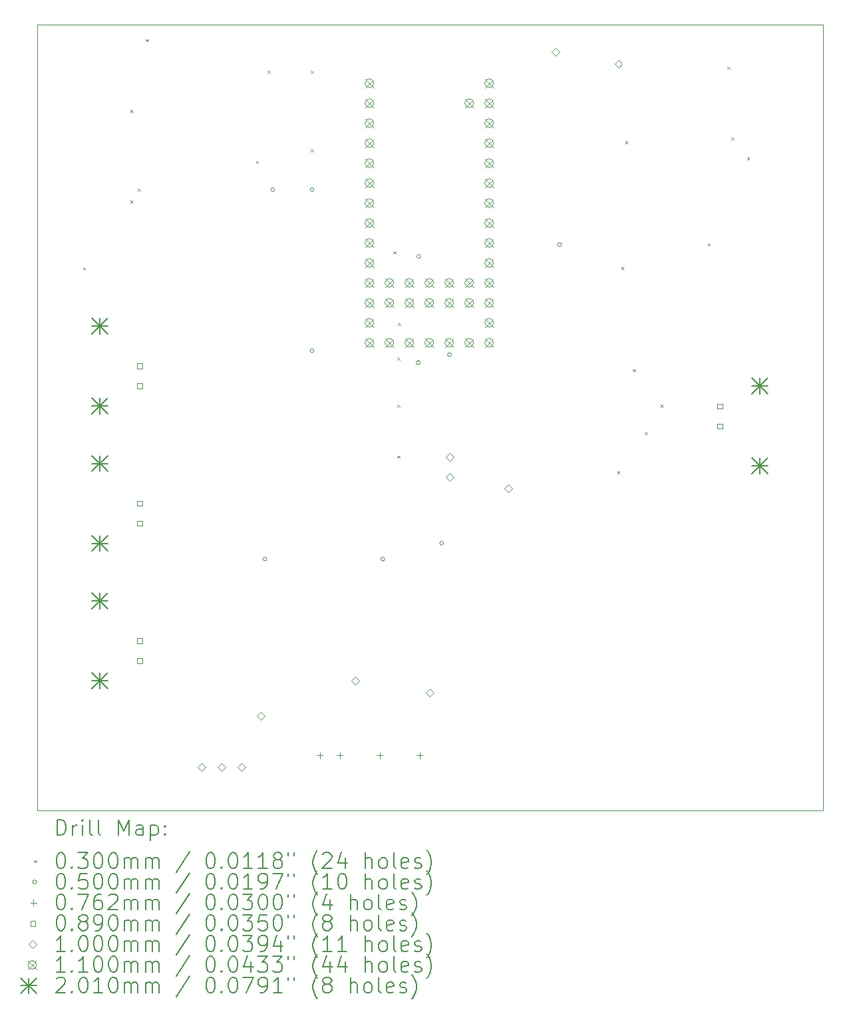
<source format=gbr>
%TF.GenerationSoftware,KiCad,Pcbnew,7.0.8-7.0.8~ubuntu22.04.1*%
%TF.CreationDate,2023-10-06T16:41:17-07:00*%
%TF.ProjectId,feedbackController,66656564-6261-4636-9b43-6f6e74726f6c,rev?*%
%TF.SameCoordinates,Original*%
%TF.FileFunction,Drillmap*%
%TF.FilePolarity,Positive*%
%FSLAX45Y45*%
G04 Gerber Fmt 4.5, Leading zero omitted, Abs format (unit mm)*
G04 Created by KiCad (PCBNEW 7.0.8-7.0.8~ubuntu22.04.1) date 2023-10-06 16:41:17*
%MOMM*%
%LPD*%
G01*
G04 APERTURE LIST*
%ADD10C,0.100000*%
%ADD11C,0.200000*%
%ADD12C,0.030000*%
%ADD13C,0.050000*%
%ADD14C,0.076200*%
%ADD15C,0.089000*%
%ADD16C,0.110000*%
%ADD17C,0.201000*%
G04 APERTURE END LIST*
D10*
X15000000Y-5000000D02*
X5000000Y-5000000D01*
X5000000Y-5000000D02*
X5000000Y-15000000D01*
X15000000Y-15000000D02*
X15000000Y-5000000D01*
X5000000Y-15000000D02*
X15000000Y-15000000D01*
D11*
D12*
X5585000Y-8089538D02*
X5615000Y-8119538D01*
X5615000Y-8089538D02*
X5585000Y-8119538D01*
X6185000Y-6085000D02*
X6215000Y-6115000D01*
X6215000Y-6085000D02*
X6185000Y-6115000D01*
X6185000Y-7235000D02*
X6215000Y-7265000D01*
X6215000Y-7235000D02*
X6185000Y-7265000D01*
X6285000Y-7085000D02*
X6315000Y-7115000D01*
X6315000Y-7085000D02*
X6285000Y-7115000D01*
X6385000Y-5185000D02*
X6415000Y-5215000D01*
X6415000Y-5185000D02*
X6385000Y-5215000D01*
X7785000Y-6735000D02*
X7815000Y-6765000D01*
X7815000Y-6735000D02*
X7785000Y-6765000D01*
X7935000Y-5585000D02*
X7965000Y-5615000D01*
X7965000Y-5585000D02*
X7935000Y-5615000D01*
X8485000Y-5585000D02*
X8515000Y-5615000D01*
X8515000Y-5585000D02*
X8485000Y-5615000D01*
X8485000Y-6585000D02*
X8515000Y-6615000D01*
X8515000Y-6585000D02*
X8485000Y-6615000D01*
X9535174Y-7885000D02*
X9565174Y-7915000D01*
X9565174Y-7885000D02*
X9535174Y-7915000D01*
X9584200Y-9235000D02*
X9614200Y-9265000D01*
X9614200Y-9235000D02*
X9584200Y-9265000D01*
X9585000Y-9835000D02*
X9615000Y-9865000D01*
X9615000Y-9835000D02*
X9585000Y-9865000D01*
X9585000Y-10485000D02*
X9615000Y-10515000D01*
X9615000Y-10485000D02*
X9585000Y-10515000D01*
X9594000Y-8794000D02*
X9624000Y-8824000D01*
X9624000Y-8794000D02*
X9594000Y-8824000D01*
X12385000Y-10685000D02*
X12415000Y-10715000D01*
X12415000Y-10685000D02*
X12385000Y-10715000D01*
X12435000Y-8085000D02*
X12465000Y-8115000D01*
X12465000Y-8085000D02*
X12435000Y-8115000D01*
X12485000Y-6485000D02*
X12515000Y-6515000D01*
X12515000Y-6485000D02*
X12485000Y-6515000D01*
X12585000Y-9385000D02*
X12615000Y-9415000D01*
X12615000Y-9385000D02*
X12585000Y-9415000D01*
X12735000Y-10185000D02*
X12765000Y-10215000D01*
X12765000Y-10185000D02*
X12735000Y-10215000D01*
X12935000Y-9835000D02*
X12965000Y-9865000D01*
X12965000Y-9835000D02*
X12935000Y-9865000D01*
X13535000Y-7785000D02*
X13565000Y-7815000D01*
X13565000Y-7785000D02*
X13535000Y-7815000D01*
X13785000Y-5535000D02*
X13815000Y-5565000D01*
X13815000Y-5535000D02*
X13785000Y-5565000D01*
X13835000Y-6435000D02*
X13865000Y-6465000D01*
X13865000Y-6435000D02*
X13835000Y-6465000D01*
X14035000Y-6685000D02*
X14065000Y-6715000D01*
X14065000Y-6685000D02*
X14035000Y-6715000D01*
D13*
X7925000Y-11800000D02*
G75*
G03*
X7925000Y-11800000I-25000J0D01*
G01*
X8025000Y-7100000D02*
G75*
G03*
X8025000Y-7100000I-25000J0D01*
G01*
X8525000Y-7100000D02*
G75*
G03*
X8525000Y-7100000I-25000J0D01*
G01*
X8525000Y-9150000D02*
G75*
G03*
X8525000Y-9150000I-25000J0D01*
G01*
X9425000Y-11800000D02*
G75*
G03*
X9425000Y-11800000I-25000J0D01*
G01*
X9875000Y-9300000D02*
G75*
G03*
X9875000Y-9300000I-25000J0D01*
G01*
X9881400Y-7950000D02*
G75*
G03*
X9881400Y-7950000I-25000J0D01*
G01*
X10175000Y-11600000D02*
G75*
G03*
X10175000Y-11600000I-25000J0D01*
G01*
X10275000Y-9200000D02*
G75*
G03*
X10275000Y-9200000I-25000J0D01*
G01*
X11675000Y-7800000D02*
G75*
G03*
X11675000Y-7800000I-25000J0D01*
G01*
D14*
X8600000Y-14261900D02*
X8600000Y-14338100D01*
X8561900Y-14300000D02*
X8638100Y-14300000D01*
X8854000Y-14261900D02*
X8854000Y-14338100D01*
X8815900Y-14300000D02*
X8892100Y-14300000D01*
X9362000Y-14261900D02*
X9362000Y-14338100D01*
X9323900Y-14300000D02*
X9400100Y-14300000D01*
X9870000Y-14261900D02*
X9870000Y-14338100D01*
X9831900Y-14300000D02*
X9908100Y-14300000D01*
D15*
X6339467Y-9373467D02*
X6339467Y-9310533D01*
X6276533Y-9310533D01*
X6276533Y-9373467D01*
X6339467Y-9373467D01*
X6339467Y-9627467D02*
X6339467Y-9564533D01*
X6276533Y-9564533D01*
X6276533Y-9627467D01*
X6339467Y-9627467D01*
X6339467Y-11123467D02*
X6339467Y-11060533D01*
X6276533Y-11060533D01*
X6276533Y-11123467D01*
X6339467Y-11123467D01*
X6339467Y-11377467D02*
X6339467Y-11314533D01*
X6276533Y-11314533D01*
X6276533Y-11377467D01*
X6339467Y-11377467D01*
X6339467Y-12873467D02*
X6339467Y-12810533D01*
X6276533Y-12810533D01*
X6276533Y-12873467D01*
X6339467Y-12873467D01*
X6339467Y-13127467D02*
X6339467Y-13064533D01*
X6276533Y-13064533D01*
X6276533Y-13127467D01*
X6339467Y-13127467D01*
X13723467Y-9885467D02*
X13723467Y-9822533D01*
X13660533Y-9822533D01*
X13660533Y-9885467D01*
X13723467Y-9885467D01*
X13723467Y-10139467D02*
X13723467Y-10076533D01*
X13660533Y-10076533D01*
X13660533Y-10139467D01*
X13723467Y-10139467D01*
D10*
X7092000Y-14500000D02*
X7142000Y-14450000D01*
X7092000Y-14400000D01*
X7042000Y-14450000D01*
X7092000Y-14500000D01*
X7346000Y-14500000D02*
X7396000Y-14450000D01*
X7346000Y-14400000D01*
X7296000Y-14450000D01*
X7346000Y-14500000D01*
X7600000Y-14500000D02*
X7650000Y-14450000D01*
X7600000Y-14400000D01*
X7550000Y-14450000D01*
X7600000Y-14500000D01*
X7850000Y-13850000D02*
X7900000Y-13800000D01*
X7850000Y-13750000D01*
X7800000Y-13800000D01*
X7850000Y-13850000D01*
X9050000Y-13400000D02*
X9100000Y-13350000D01*
X9050000Y-13300000D01*
X9000000Y-13350000D01*
X9050000Y-13400000D01*
X10000000Y-13550000D02*
X10050000Y-13500000D01*
X10000000Y-13450000D01*
X9950000Y-13500000D01*
X10000000Y-13550000D01*
X10250000Y-10550000D02*
X10300000Y-10500000D01*
X10250000Y-10450000D01*
X10200000Y-10500000D01*
X10250000Y-10550000D01*
X10250000Y-10804000D02*
X10300000Y-10754000D01*
X10250000Y-10704000D01*
X10200000Y-10754000D01*
X10250000Y-10804000D01*
X11000000Y-10950000D02*
X11050000Y-10900000D01*
X11000000Y-10850000D01*
X10950000Y-10900000D01*
X11000000Y-10950000D01*
X11600000Y-5400000D02*
X11650000Y-5350000D01*
X11600000Y-5300000D01*
X11550000Y-5350000D01*
X11600000Y-5400000D01*
X12400000Y-5550000D02*
X12450000Y-5500000D01*
X12400000Y-5450000D01*
X12350000Y-5500000D01*
X12400000Y-5550000D01*
D16*
X9175000Y-5691000D02*
X9285000Y-5801000D01*
X9285000Y-5691000D02*
X9175000Y-5801000D01*
X9285000Y-5746000D02*
G75*
G03*
X9285000Y-5746000I-55000J0D01*
G01*
X9175000Y-5945000D02*
X9285000Y-6055000D01*
X9285000Y-5945000D02*
X9175000Y-6055000D01*
X9285000Y-6000000D02*
G75*
G03*
X9285000Y-6000000I-55000J0D01*
G01*
X9175000Y-6199000D02*
X9285000Y-6309000D01*
X9285000Y-6199000D02*
X9175000Y-6309000D01*
X9285000Y-6254000D02*
G75*
G03*
X9285000Y-6254000I-55000J0D01*
G01*
X9175000Y-6453000D02*
X9285000Y-6563000D01*
X9285000Y-6453000D02*
X9175000Y-6563000D01*
X9285000Y-6508000D02*
G75*
G03*
X9285000Y-6508000I-55000J0D01*
G01*
X9175000Y-6707000D02*
X9285000Y-6817000D01*
X9285000Y-6707000D02*
X9175000Y-6817000D01*
X9285000Y-6762000D02*
G75*
G03*
X9285000Y-6762000I-55000J0D01*
G01*
X9175000Y-6961000D02*
X9285000Y-7071000D01*
X9285000Y-6961000D02*
X9175000Y-7071000D01*
X9285000Y-7016000D02*
G75*
G03*
X9285000Y-7016000I-55000J0D01*
G01*
X9175000Y-7215000D02*
X9285000Y-7325000D01*
X9285000Y-7215000D02*
X9175000Y-7325000D01*
X9285000Y-7270000D02*
G75*
G03*
X9285000Y-7270000I-55000J0D01*
G01*
X9175000Y-7469000D02*
X9285000Y-7579000D01*
X9285000Y-7469000D02*
X9175000Y-7579000D01*
X9285000Y-7524000D02*
G75*
G03*
X9285000Y-7524000I-55000J0D01*
G01*
X9175000Y-7723000D02*
X9285000Y-7833000D01*
X9285000Y-7723000D02*
X9175000Y-7833000D01*
X9285000Y-7778000D02*
G75*
G03*
X9285000Y-7778000I-55000J0D01*
G01*
X9175000Y-7977000D02*
X9285000Y-8087000D01*
X9285000Y-7977000D02*
X9175000Y-8087000D01*
X9285000Y-8032000D02*
G75*
G03*
X9285000Y-8032000I-55000J0D01*
G01*
X9175000Y-8231000D02*
X9285000Y-8341000D01*
X9285000Y-8231000D02*
X9175000Y-8341000D01*
X9285000Y-8286000D02*
G75*
G03*
X9285000Y-8286000I-55000J0D01*
G01*
X9175000Y-8485000D02*
X9285000Y-8595000D01*
X9285000Y-8485000D02*
X9175000Y-8595000D01*
X9285000Y-8540000D02*
G75*
G03*
X9285000Y-8540000I-55000J0D01*
G01*
X9175000Y-8739000D02*
X9285000Y-8849000D01*
X9285000Y-8739000D02*
X9175000Y-8849000D01*
X9285000Y-8794000D02*
G75*
G03*
X9285000Y-8794000I-55000J0D01*
G01*
X9175000Y-8993000D02*
X9285000Y-9103000D01*
X9285000Y-8993000D02*
X9175000Y-9103000D01*
X9285000Y-9048000D02*
G75*
G03*
X9285000Y-9048000I-55000J0D01*
G01*
X9429000Y-8231000D02*
X9539000Y-8341000D01*
X9539000Y-8231000D02*
X9429000Y-8341000D01*
X9539000Y-8286000D02*
G75*
G03*
X9539000Y-8286000I-55000J0D01*
G01*
X9429000Y-8485000D02*
X9539000Y-8595000D01*
X9539000Y-8485000D02*
X9429000Y-8595000D01*
X9539000Y-8540000D02*
G75*
G03*
X9539000Y-8540000I-55000J0D01*
G01*
X9429000Y-8993000D02*
X9539000Y-9103000D01*
X9539000Y-8993000D02*
X9429000Y-9103000D01*
X9539000Y-9048000D02*
G75*
G03*
X9539000Y-9048000I-55000J0D01*
G01*
X9683000Y-8231000D02*
X9793000Y-8341000D01*
X9793000Y-8231000D02*
X9683000Y-8341000D01*
X9793000Y-8286000D02*
G75*
G03*
X9793000Y-8286000I-55000J0D01*
G01*
X9683000Y-8485000D02*
X9793000Y-8595000D01*
X9793000Y-8485000D02*
X9683000Y-8595000D01*
X9793000Y-8540000D02*
G75*
G03*
X9793000Y-8540000I-55000J0D01*
G01*
X9683000Y-8993000D02*
X9793000Y-9103000D01*
X9793000Y-8993000D02*
X9683000Y-9103000D01*
X9793000Y-9048000D02*
G75*
G03*
X9793000Y-9048000I-55000J0D01*
G01*
X9937000Y-8231000D02*
X10047000Y-8341000D01*
X10047000Y-8231000D02*
X9937000Y-8341000D01*
X10047000Y-8286000D02*
G75*
G03*
X10047000Y-8286000I-55000J0D01*
G01*
X9937000Y-8485000D02*
X10047000Y-8595000D01*
X10047000Y-8485000D02*
X9937000Y-8595000D01*
X10047000Y-8540000D02*
G75*
G03*
X10047000Y-8540000I-55000J0D01*
G01*
X9937000Y-8993000D02*
X10047000Y-9103000D01*
X10047000Y-8993000D02*
X9937000Y-9103000D01*
X10047000Y-9048000D02*
G75*
G03*
X10047000Y-9048000I-55000J0D01*
G01*
X10191000Y-8231000D02*
X10301000Y-8341000D01*
X10301000Y-8231000D02*
X10191000Y-8341000D01*
X10301000Y-8286000D02*
G75*
G03*
X10301000Y-8286000I-55000J0D01*
G01*
X10191000Y-8485000D02*
X10301000Y-8595000D01*
X10301000Y-8485000D02*
X10191000Y-8595000D01*
X10301000Y-8540000D02*
G75*
G03*
X10301000Y-8540000I-55000J0D01*
G01*
X10191000Y-8993000D02*
X10301000Y-9103000D01*
X10301000Y-8993000D02*
X10191000Y-9103000D01*
X10301000Y-9048000D02*
G75*
G03*
X10301000Y-9048000I-55000J0D01*
G01*
X10445000Y-5945000D02*
X10555000Y-6055000D01*
X10555000Y-5945000D02*
X10445000Y-6055000D01*
X10555000Y-6000000D02*
G75*
G03*
X10555000Y-6000000I-55000J0D01*
G01*
X10445000Y-8231000D02*
X10555000Y-8341000D01*
X10555000Y-8231000D02*
X10445000Y-8341000D01*
X10555000Y-8286000D02*
G75*
G03*
X10555000Y-8286000I-55000J0D01*
G01*
X10445000Y-8485000D02*
X10555000Y-8595000D01*
X10555000Y-8485000D02*
X10445000Y-8595000D01*
X10555000Y-8540000D02*
G75*
G03*
X10555000Y-8540000I-55000J0D01*
G01*
X10445000Y-8993000D02*
X10555000Y-9103000D01*
X10555000Y-8993000D02*
X10445000Y-9103000D01*
X10555000Y-9048000D02*
G75*
G03*
X10555000Y-9048000I-55000J0D01*
G01*
X10699000Y-5691000D02*
X10809000Y-5801000D01*
X10809000Y-5691000D02*
X10699000Y-5801000D01*
X10809000Y-5746000D02*
G75*
G03*
X10809000Y-5746000I-55000J0D01*
G01*
X10699000Y-5945000D02*
X10809000Y-6055000D01*
X10809000Y-5945000D02*
X10699000Y-6055000D01*
X10809000Y-6000000D02*
G75*
G03*
X10809000Y-6000000I-55000J0D01*
G01*
X10699000Y-6199000D02*
X10809000Y-6309000D01*
X10809000Y-6199000D02*
X10699000Y-6309000D01*
X10809000Y-6254000D02*
G75*
G03*
X10809000Y-6254000I-55000J0D01*
G01*
X10699000Y-6453000D02*
X10809000Y-6563000D01*
X10809000Y-6453000D02*
X10699000Y-6563000D01*
X10809000Y-6508000D02*
G75*
G03*
X10809000Y-6508000I-55000J0D01*
G01*
X10699000Y-6707000D02*
X10809000Y-6817000D01*
X10809000Y-6707000D02*
X10699000Y-6817000D01*
X10809000Y-6762000D02*
G75*
G03*
X10809000Y-6762000I-55000J0D01*
G01*
X10699000Y-6961000D02*
X10809000Y-7071000D01*
X10809000Y-6961000D02*
X10699000Y-7071000D01*
X10809000Y-7016000D02*
G75*
G03*
X10809000Y-7016000I-55000J0D01*
G01*
X10699000Y-7215000D02*
X10809000Y-7325000D01*
X10809000Y-7215000D02*
X10699000Y-7325000D01*
X10809000Y-7270000D02*
G75*
G03*
X10809000Y-7270000I-55000J0D01*
G01*
X10699000Y-7469000D02*
X10809000Y-7579000D01*
X10809000Y-7469000D02*
X10699000Y-7579000D01*
X10809000Y-7524000D02*
G75*
G03*
X10809000Y-7524000I-55000J0D01*
G01*
X10699000Y-7723000D02*
X10809000Y-7833000D01*
X10809000Y-7723000D02*
X10699000Y-7833000D01*
X10809000Y-7778000D02*
G75*
G03*
X10809000Y-7778000I-55000J0D01*
G01*
X10699000Y-7977000D02*
X10809000Y-8087000D01*
X10809000Y-7977000D02*
X10699000Y-8087000D01*
X10809000Y-8032000D02*
G75*
G03*
X10809000Y-8032000I-55000J0D01*
G01*
X10699000Y-8231000D02*
X10809000Y-8341000D01*
X10809000Y-8231000D02*
X10699000Y-8341000D01*
X10809000Y-8286000D02*
G75*
G03*
X10809000Y-8286000I-55000J0D01*
G01*
X10699000Y-8485000D02*
X10809000Y-8595000D01*
X10809000Y-8485000D02*
X10699000Y-8595000D01*
X10809000Y-8540000D02*
G75*
G03*
X10809000Y-8540000I-55000J0D01*
G01*
X10699000Y-8739000D02*
X10809000Y-8849000D01*
X10809000Y-8739000D02*
X10699000Y-8849000D01*
X10809000Y-8794000D02*
G75*
G03*
X10809000Y-8794000I-55000J0D01*
G01*
X10699000Y-8993000D02*
X10809000Y-9103000D01*
X10809000Y-8993000D02*
X10699000Y-9103000D01*
X10809000Y-9048000D02*
G75*
G03*
X10809000Y-9048000I-55000J0D01*
G01*
D17*
X5699500Y-8733500D02*
X5900500Y-8934500D01*
X5900500Y-8733500D02*
X5699500Y-8934500D01*
X5800000Y-8733500D02*
X5800000Y-8934500D01*
X5699500Y-8834000D02*
X5900500Y-8834000D01*
X5699500Y-9749500D02*
X5900500Y-9950500D01*
X5900500Y-9749500D02*
X5699500Y-9950500D01*
X5800000Y-9749500D02*
X5800000Y-9950500D01*
X5699500Y-9850000D02*
X5900500Y-9850000D01*
X5699500Y-10483500D02*
X5900500Y-10684500D01*
X5900500Y-10483500D02*
X5699500Y-10684500D01*
X5800000Y-10483500D02*
X5800000Y-10684500D01*
X5699500Y-10584000D02*
X5900500Y-10584000D01*
X5699500Y-11499500D02*
X5900500Y-11700500D01*
X5900500Y-11499500D02*
X5699500Y-11700500D01*
X5800000Y-11499500D02*
X5800000Y-11700500D01*
X5699500Y-11600000D02*
X5900500Y-11600000D01*
X5699500Y-12233500D02*
X5900500Y-12434500D01*
X5900500Y-12233500D02*
X5699500Y-12434500D01*
X5800000Y-12233500D02*
X5800000Y-12434500D01*
X5699500Y-12334000D02*
X5900500Y-12334000D01*
X5699500Y-13249500D02*
X5900500Y-13450500D01*
X5900500Y-13249500D02*
X5699500Y-13450500D01*
X5800000Y-13249500D02*
X5800000Y-13450500D01*
X5699500Y-13350000D02*
X5900500Y-13350000D01*
X14099500Y-9499500D02*
X14300500Y-9700500D01*
X14300500Y-9499500D02*
X14099500Y-9700500D01*
X14200000Y-9499500D02*
X14200000Y-9700500D01*
X14099500Y-9600000D02*
X14300500Y-9600000D01*
X14099500Y-10515500D02*
X14300500Y-10716500D01*
X14300500Y-10515500D02*
X14099500Y-10716500D01*
X14200000Y-10515500D02*
X14200000Y-10716500D01*
X14099500Y-10616000D02*
X14300500Y-10616000D01*
D11*
X5255777Y-15316484D02*
X5255777Y-15116484D01*
X5255777Y-15116484D02*
X5303396Y-15116484D01*
X5303396Y-15116484D02*
X5331967Y-15126008D01*
X5331967Y-15126008D02*
X5351015Y-15145055D01*
X5351015Y-15145055D02*
X5360539Y-15164103D01*
X5360539Y-15164103D02*
X5370063Y-15202198D01*
X5370063Y-15202198D02*
X5370063Y-15230769D01*
X5370063Y-15230769D02*
X5360539Y-15268865D01*
X5360539Y-15268865D02*
X5351015Y-15287912D01*
X5351015Y-15287912D02*
X5331967Y-15306960D01*
X5331967Y-15306960D02*
X5303396Y-15316484D01*
X5303396Y-15316484D02*
X5255777Y-15316484D01*
X5455777Y-15316484D02*
X5455777Y-15183150D01*
X5455777Y-15221246D02*
X5465301Y-15202198D01*
X5465301Y-15202198D02*
X5474824Y-15192674D01*
X5474824Y-15192674D02*
X5493872Y-15183150D01*
X5493872Y-15183150D02*
X5512920Y-15183150D01*
X5579586Y-15316484D02*
X5579586Y-15183150D01*
X5579586Y-15116484D02*
X5570063Y-15126008D01*
X5570063Y-15126008D02*
X5579586Y-15135531D01*
X5579586Y-15135531D02*
X5589110Y-15126008D01*
X5589110Y-15126008D02*
X5579586Y-15116484D01*
X5579586Y-15116484D02*
X5579586Y-15135531D01*
X5703396Y-15316484D02*
X5684348Y-15306960D01*
X5684348Y-15306960D02*
X5674824Y-15287912D01*
X5674824Y-15287912D02*
X5674824Y-15116484D01*
X5808158Y-15316484D02*
X5789110Y-15306960D01*
X5789110Y-15306960D02*
X5779586Y-15287912D01*
X5779586Y-15287912D02*
X5779586Y-15116484D01*
X6036729Y-15316484D02*
X6036729Y-15116484D01*
X6036729Y-15116484D02*
X6103396Y-15259341D01*
X6103396Y-15259341D02*
X6170062Y-15116484D01*
X6170062Y-15116484D02*
X6170062Y-15316484D01*
X6351015Y-15316484D02*
X6351015Y-15211722D01*
X6351015Y-15211722D02*
X6341491Y-15192674D01*
X6341491Y-15192674D02*
X6322443Y-15183150D01*
X6322443Y-15183150D02*
X6284348Y-15183150D01*
X6284348Y-15183150D02*
X6265301Y-15192674D01*
X6351015Y-15306960D02*
X6331967Y-15316484D01*
X6331967Y-15316484D02*
X6284348Y-15316484D01*
X6284348Y-15316484D02*
X6265301Y-15306960D01*
X6265301Y-15306960D02*
X6255777Y-15287912D01*
X6255777Y-15287912D02*
X6255777Y-15268865D01*
X6255777Y-15268865D02*
X6265301Y-15249817D01*
X6265301Y-15249817D02*
X6284348Y-15240293D01*
X6284348Y-15240293D02*
X6331967Y-15240293D01*
X6331967Y-15240293D02*
X6351015Y-15230769D01*
X6446253Y-15183150D02*
X6446253Y-15383150D01*
X6446253Y-15192674D02*
X6465301Y-15183150D01*
X6465301Y-15183150D02*
X6503396Y-15183150D01*
X6503396Y-15183150D02*
X6522443Y-15192674D01*
X6522443Y-15192674D02*
X6531967Y-15202198D01*
X6531967Y-15202198D02*
X6541491Y-15221246D01*
X6541491Y-15221246D02*
X6541491Y-15278388D01*
X6541491Y-15278388D02*
X6531967Y-15297436D01*
X6531967Y-15297436D02*
X6522443Y-15306960D01*
X6522443Y-15306960D02*
X6503396Y-15316484D01*
X6503396Y-15316484D02*
X6465301Y-15316484D01*
X6465301Y-15316484D02*
X6446253Y-15306960D01*
X6627205Y-15297436D02*
X6636729Y-15306960D01*
X6636729Y-15306960D02*
X6627205Y-15316484D01*
X6627205Y-15316484D02*
X6617682Y-15306960D01*
X6617682Y-15306960D02*
X6627205Y-15297436D01*
X6627205Y-15297436D02*
X6627205Y-15316484D01*
X6627205Y-15192674D02*
X6636729Y-15202198D01*
X6636729Y-15202198D02*
X6627205Y-15211722D01*
X6627205Y-15211722D02*
X6617682Y-15202198D01*
X6617682Y-15202198D02*
X6627205Y-15192674D01*
X6627205Y-15192674D02*
X6627205Y-15211722D01*
D12*
X4965000Y-15630000D02*
X4995000Y-15660000D01*
X4995000Y-15630000D02*
X4965000Y-15660000D01*
D11*
X5293872Y-15536484D02*
X5312920Y-15536484D01*
X5312920Y-15536484D02*
X5331967Y-15546008D01*
X5331967Y-15546008D02*
X5341491Y-15555531D01*
X5341491Y-15555531D02*
X5351015Y-15574579D01*
X5351015Y-15574579D02*
X5360539Y-15612674D01*
X5360539Y-15612674D02*
X5360539Y-15660293D01*
X5360539Y-15660293D02*
X5351015Y-15698388D01*
X5351015Y-15698388D02*
X5341491Y-15717436D01*
X5341491Y-15717436D02*
X5331967Y-15726960D01*
X5331967Y-15726960D02*
X5312920Y-15736484D01*
X5312920Y-15736484D02*
X5293872Y-15736484D01*
X5293872Y-15736484D02*
X5274824Y-15726960D01*
X5274824Y-15726960D02*
X5265301Y-15717436D01*
X5265301Y-15717436D02*
X5255777Y-15698388D01*
X5255777Y-15698388D02*
X5246253Y-15660293D01*
X5246253Y-15660293D02*
X5246253Y-15612674D01*
X5246253Y-15612674D02*
X5255777Y-15574579D01*
X5255777Y-15574579D02*
X5265301Y-15555531D01*
X5265301Y-15555531D02*
X5274824Y-15546008D01*
X5274824Y-15546008D02*
X5293872Y-15536484D01*
X5446253Y-15717436D02*
X5455777Y-15726960D01*
X5455777Y-15726960D02*
X5446253Y-15736484D01*
X5446253Y-15736484D02*
X5436729Y-15726960D01*
X5436729Y-15726960D02*
X5446253Y-15717436D01*
X5446253Y-15717436D02*
X5446253Y-15736484D01*
X5522444Y-15536484D02*
X5646253Y-15536484D01*
X5646253Y-15536484D02*
X5579586Y-15612674D01*
X5579586Y-15612674D02*
X5608158Y-15612674D01*
X5608158Y-15612674D02*
X5627205Y-15622198D01*
X5627205Y-15622198D02*
X5636729Y-15631722D01*
X5636729Y-15631722D02*
X5646253Y-15650769D01*
X5646253Y-15650769D02*
X5646253Y-15698388D01*
X5646253Y-15698388D02*
X5636729Y-15717436D01*
X5636729Y-15717436D02*
X5627205Y-15726960D01*
X5627205Y-15726960D02*
X5608158Y-15736484D01*
X5608158Y-15736484D02*
X5551015Y-15736484D01*
X5551015Y-15736484D02*
X5531967Y-15726960D01*
X5531967Y-15726960D02*
X5522444Y-15717436D01*
X5770062Y-15536484D02*
X5789110Y-15536484D01*
X5789110Y-15536484D02*
X5808158Y-15546008D01*
X5808158Y-15546008D02*
X5817682Y-15555531D01*
X5817682Y-15555531D02*
X5827205Y-15574579D01*
X5827205Y-15574579D02*
X5836729Y-15612674D01*
X5836729Y-15612674D02*
X5836729Y-15660293D01*
X5836729Y-15660293D02*
X5827205Y-15698388D01*
X5827205Y-15698388D02*
X5817682Y-15717436D01*
X5817682Y-15717436D02*
X5808158Y-15726960D01*
X5808158Y-15726960D02*
X5789110Y-15736484D01*
X5789110Y-15736484D02*
X5770062Y-15736484D01*
X5770062Y-15736484D02*
X5751015Y-15726960D01*
X5751015Y-15726960D02*
X5741491Y-15717436D01*
X5741491Y-15717436D02*
X5731967Y-15698388D01*
X5731967Y-15698388D02*
X5722443Y-15660293D01*
X5722443Y-15660293D02*
X5722443Y-15612674D01*
X5722443Y-15612674D02*
X5731967Y-15574579D01*
X5731967Y-15574579D02*
X5741491Y-15555531D01*
X5741491Y-15555531D02*
X5751015Y-15546008D01*
X5751015Y-15546008D02*
X5770062Y-15536484D01*
X5960539Y-15536484D02*
X5979586Y-15536484D01*
X5979586Y-15536484D02*
X5998634Y-15546008D01*
X5998634Y-15546008D02*
X6008158Y-15555531D01*
X6008158Y-15555531D02*
X6017682Y-15574579D01*
X6017682Y-15574579D02*
X6027205Y-15612674D01*
X6027205Y-15612674D02*
X6027205Y-15660293D01*
X6027205Y-15660293D02*
X6017682Y-15698388D01*
X6017682Y-15698388D02*
X6008158Y-15717436D01*
X6008158Y-15717436D02*
X5998634Y-15726960D01*
X5998634Y-15726960D02*
X5979586Y-15736484D01*
X5979586Y-15736484D02*
X5960539Y-15736484D01*
X5960539Y-15736484D02*
X5941491Y-15726960D01*
X5941491Y-15726960D02*
X5931967Y-15717436D01*
X5931967Y-15717436D02*
X5922443Y-15698388D01*
X5922443Y-15698388D02*
X5912920Y-15660293D01*
X5912920Y-15660293D02*
X5912920Y-15612674D01*
X5912920Y-15612674D02*
X5922443Y-15574579D01*
X5922443Y-15574579D02*
X5931967Y-15555531D01*
X5931967Y-15555531D02*
X5941491Y-15546008D01*
X5941491Y-15546008D02*
X5960539Y-15536484D01*
X6112920Y-15736484D02*
X6112920Y-15603150D01*
X6112920Y-15622198D02*
X6122443Y-15612674D01*
X6122443Y-15612674D02*
X6141491Y-15603150D01*
X6141491Y-15603150D02*
X6170063Y-15603150D01*
X6170063Y-15603150D02*
X6189110Y-15612674D01*
X6189110Y-15612674D02*
X6198634Y-15631722D01*
X6198634Y-15631722D02*
X6198634Y-15736484D01*
X6198634Y-15631722D02*
X6208158Y-15612674D01*
X6208158Y-15612674D02*
X6227205Y-15603150D01*
X6227205Y-15603150D02*
X6255777Y-15603150D01*
X6255777Y-15603150D02*
X6274824Y-15612674D01*
X6274824Y-15612674D02*
X6284348Y-15631722D01*
X6284348Y-15631722D02*
X6284348Y-15736484D01*
X6379586Y-15736484D02*
X6379586Y-15603150D01*
X6379586Y-15622198D02*
X6389110Y-15612674D01*
X6389110Y-15612674D02*
X6408158Y-15603150D01*
X6408158Y-15603150D02*
X6436729Y-15603150D01*
X6436729Y-15603150D02*
X6455777Y-15612674D01*
X6455777Y-15612674D02*
X6465301Y-15631722D01*
X6465301Y-15631722D02*
X6465301Y-15736484D01*
X6465301Y-15631722D02*
X6474824Y-15612674D01*
X6474824Y-15612674D02*
X6493872Y-15603150D01*
X6493872Y-15603150D02*
X6522443Y-15603150D01*
X6522443Y-15603150D02*
X6541491Y-15612674D01*
X6541491Y-15612674D02*
X6551015Y-15631722D01*
X6551015Y-15631722D02*
X6551015Y-15736484D01*
X6941491Y-15526960D02*
X6770063Y-15784103D01*
X7198634Y-15536484D02*
X7217682Y-15536484D01*
X7217682Y-15536484D02*
X7236729Y-15546008D01*
X7236729Y-15546008D02*
X7246253Y-15555531D01*
X7246253Y-15555531D02*
X7255777Y-15574579D01*
X7255777Y-15574579D02*
X7265301Y-15612674D01*
X7265301Y-15612674D02*
X7265301Y-15660293D01*
X7265301Y-15660293D02*
X7255777Y-15698388D01*
X7255777Y-15698388D02*
X7246253Y-15717436D01*
X7246253Y-15717436D02*
X7236729Y-15726960D01*
X7236729Y-15726960D02*
X7217682Y-15736484D01*
X7217682Y-15736484D02*
X7198634Y-15736484D01*
X7198634Y-15736484D02*
X7179586Y-15726960D01*
X7179586Y-15726960D02*
X7170063Y-15717436D01*
X7170063Y-15717436D02*
X7160539Y-15698388D01*
X7160539Y-15698388D02*
X7151015Y-15660293D01*
X7151015Y-15660293D02*
X7151015Y-15612674D01*
X7151015Y-15612674D02*
X7160539Y-15574579D01*
X7160539Y-15574579D02*
X7170063Y-15555531D01*
X7170063Y-15555531D02*
X7179586Y-15546008D01*
X7179586Y-15546008D02*
X7198634Y-15536484D01*
X7351015Y-15717436D02*
X7360539Y-15726960D01*
X7360539Y-15726960D02*
X7351015Y-15736484D01*
X7351015Y-15736484D02*
X7341491Y-15726960D01*
X7341491Y-15726960D02*
X7351015Y-15717436D01*
X7351015Y-15717436D02*
X7351015Y-15736484D01*
X7484348Y-15536484D02*
X7503396Y-15536484D01*
X7503396Y-15536484D02*
X7522444Y-15546008D01*
X7522444Y-15546008D02*
X7531967Y-15555531D01*
X7531967Y-15555531D02*
X7541491Y-15574579D01*
X7541491Y-15574579D02*
X7551015Y-15612674D01*
X7551015Y-15612674D02*
X7551015Y-15660293D01*
X7551015Y-15660293D02*
X7541491Y-15698388D01*
X7541491Y-15698388D02*
X7531967Y-15717436D01*
X7531967Y-15717436D02*
X7522444Y-15726960D01*
X7522444Y-15726960D02*
X7503396Y-15736484D01*
X7503396Y-15736484D02*
X7484348Y-15736484D01*
X7484348Y-15736484D02*
X7465301Y-15726960D01*
X7465301Y-15726960D02*
X7455777Y-15717436D01*
X7455777Y-15717436D02*
X7446253Y-15698388D01*
X7446253Y-15698388D02*
X7436729Y-15660293D01*
X7436729Y-15660293D02*
X7436729Y-15612674D01*
X7436729Y-15612674D02*
X7446253Y-15574579D01*
X7446253Y-15574579D02*
X7455777Y-15555531D01*
X7455777Y-15555531D02*
X7465301Y-15546008D01*
X7465301Y-15546008D02*
X7484348Y-15536484D01*
X7741491Y-15736484D02*
X7627206Y-15736484D01*
X7684348Y-15736484D02*
X7684348Y-15536484D01*
X7684348Y-15536484D02*
X7665301Y-15565055D01*
X7665301Y-15565055D02*
X7646253Y-15584103D01*
X7646253Y-15584103D02*
X7627206Y-15593627D01*
X7931967Y-15736484D02*
X7817682Y-15736484D01*
X7874825Y-15736484D02*
X7874825Y-15536484D01*
X7874825Y-15536484D02*
X7855777Y-15565055D01*
X7855777Y-15565055D02*
X7836729Y-15584103D01*
X7836729Y-15584103D02*
X7817682Y-15593627D01*
X8046253Y-15622198D02*
X8027206Y-15612674D01*
X8027206Y-15612674D02*
X8017682Y-15603150D01*
X8017682Y-15603150D02*
X8008158Y-15584103D01*
X8008158Y-15584103D02*
X8008158Y-15574579D01*
X8008158Y-15574579D02*
X8017682Y-15555531D01*
X8017682Y-15555531D02*
X8027206Y-15546008D01*
X8027206Y-15546008D02*
X8046253Y-15536484D01*
X8046253Y-15536484D02*
X8084348Y-15536484D01*
X8084348Y-15536484D02*
X8103396Y-15546008D01*
X8103396Y-15546008D02*
X8112920Y-15555531D01*
X8112920Y-15555531D02*
X8122444Y-15574579D01*
X8122444Y-15574579D02*
X8122444Y-15584103D01*
X8122444Y-15584103D02*
X8112920Y-15603150D01*
X8112920Y-15603150D02*
X8103396Y-15612674D01*
X8103396Y-15612674D02*
X8084348Y-15622198D01*
X8084348Y-15622198D02*
X8046253Y-15622198D01*
X8046253Y-15622198D02*
X8027206Y-15631722D01*
X8027206Y-15631722D02*
X8017682Y-15641246D01*
X8017682Y-15641246D02*
X8008158Y-15660293D01*
X8008158Y-15660293D02*
X8008158Y-15698388D01*
X8008158Y-15698388D02*
X8017682Y-15717436D01*
X8017682Y-15717436D02*
X8027206Y-15726960D01*
X8027206Y-15726960D02*
X8046253Y-15736484D01*
X8046253Y-15736484D02*
X8084348Y-15736484D01*
X8084348Y-15736484D02*
X8103396Y-15726960D01*
X8103396Y-15726960D02*
X8112920Y-15717436D01*
X8112920Y-15717436D02*
X8122444Y-15698388D01*
X8122444Y-15698388D02*
X8122444Y-15660293D01*
X8122444Y-15660293D02*
X8112920Y-15641246D01*
X8112920Y-15641246D02*
X8103396Y-15631722D01*
X8103396Y-15631722D02*
X8084348Y-15622198D01*
X8198634Y-15536484D02*
X8198634Y-15574579D01*
X8274825Y-15536484D02*
X8274825Y-15574579D01*
X8570063Y-15812674D02*
X8560539Y-15803150D01*
X8560539Y-15803150D02*
X8541491Y-15774579D01*
X8541491Y-15774579D02*
X8531968Y-15755531D01*
X8531968Y-15755531D02*
X8522444Y-15726960D01*
X8522444Y-15726960D02*
X8512920Y-15679341D01*
X8512920Y-15679341D02*
X8512920Y-15641246D01*
X8512920Y-15641246D02*
X8522444Y-15593627D01*
X8522444Y-15593627D02*
X8531968Y-15565055D01*
X8531968Y-15565055D02*
X8541491Y-15546008D01*
X8541491Y-15546008D02*
X8560539Y-15517436D01*
X8560539Y-15517436D02*
X8570063Y-15507912D01*
X8636730Y-15555531D02*
X8646253Y-15546008D01*
X8646253Y-15546008D02*
X8665301Y-15536484D01*
X8665301Y-15536484D02*
X8712920Y-15536484D01*
X8712920Y-15536484D02*
X8731968Y-15546008D01*
X8731968Y-15546008D02*
X8741491Y-15555531D01*
X8741491Y-15555531D02*
X8751015Y-15574579D01*
X8751015Y-15574579D02*
X8751015Y-15593627D01*
X8751015Y-15593627D02*
X8741491Y-15622198D01*
X8741491Y-15622198D02*
X8627206Y-15736484D01*
X8627206Y-15736484D02*
X8751015Y-15736484D01*
X8922444Y-15603150D02*
X8922444Y-15736484D01*
X8874825Y-15526960D02*
X8827206Y-15669817D01*
X8827206Y-15669817D02*
X8951015Y-15669817D01*
X9179587Y-15736484D02*
X9179587Y-15536484D01*
X9265301Y-15736484D02*
X9265301Y-15631722D01*
X9265301Y-15631722D02*
X9255777Y-15612674D01*
X9255777Y-15612674D02*
X9236730Y-15603150D01*
X9236730Y-15603150D02*
X9208158Y-15603150D01*
X9208158Y-15603150D02*
X9189111Y-15612674D01*
X9189111Y-15612674D02*
X9179587Y-15622198D01*
X9389111Y-15736484D02*
X9370063Y-15726960D01*
X9370063Y-15726960D02*
X9360539Y-15717436D01*
X9360539Y-15717436D02*
X9351015Y-15698388D01*
X9351015Y-15698388D02*
X9351015Y-15641246D01*
X9351015Y-15641246D02*
X9360539Y-15622198D01*
X9360539Y-15622198D02*
X9370063Y-15612674D01*
X9370063Y-15612674D02*
X9389111Y-15603150D01*
X9389111Y-15603150D02*
X9417682Y-15603150D01*
X9417682Y-15603150D02*
X9436730Y-15612674D01*
X9436730Y-15612674D02*
X9446253Y-15622198D01*
X9446253Y-15622198D02*
X9455777Y-15641246D01*
X9455777Y-15641246D02*
X9455777Y-15698388D01*
X9455777Y-15698388D02*
X9446253Y-15717436D01*
X9446253Y-15717436D02*
X9436730Y-15726960D01*
X9436730Y-15726960D02*
X9417682Y-15736484D01*
X9417682Y-15736484D02*
X9389111Y-15736484D01*
X9570063Y-15736484D02*
X9551015Y-15726960D01*
X9551015Y-15726960D02*
X9541492Y-15707912D01*
X9541492Y-15707912D02*
X9541492Y-15536484D01*
X9722444Y-15726960D02*
X9703396Y-15736484D01*
X9703396Y-15736484D02*
X9665301Y-15736484D01*
X9665301Y-15736484D02*
X9646253Y-15726960D01*
X9646253Y-15726960D02*
X9636730Y-15707912D01*
X9636730Y-15707912D02*
X9636730Y-15631722D01*
X9636730Y-15631722D02*
X9646253Y-15612674D01*
X9646253Y-15612674D02*
X9665301Y-15603150D01*
X9665301Y-15603150D02*
X9703396Y-15603150D01*
X9703396Y-15603150D02*
X9722444Y-15612674D01*
X9722444Y-15612674D02*
X9731968Y-15631722D01*
X9731968Y-15631722D02*
X9731968Y-15650769D01*
X9731968Y-15650769D02*
X9636730Y-15669817D01*
X9808158Y-15726960D02*
X9827206Y-15736484D01*
X9827206Y-15736484D02*
X9865301Y-15736484D01*
X9865301Y-15736484D02*
X9884349Y-15726960D01*
X9884349Y-15726960D02*
X9893873Y-15707912D01*
X9893873Y-15707912D02*
X9893873Y-15698388D01*
X9893873Y-15698388D02*
X9884349Y-15679341D01*
X9884349Y-15679341D02*
X9865301Y-15669817D01*
X9865301Y-15669817D02*
X9836730Y-15669817D01*
X9836730Y-15669817D02*
X9817682Y-15660293D01*
X9817682Y-15660293D02*
X9808158Y-15641246D01*
X9808158Y-15641246D02*
X9808158Y-15631722D01*
X9808158Y-15631722D02*
X9817682Y-15612674D01*
X9817682Y-15612674D02*
X9836730Y-15603150D01*
X9836730Y-15603150D02*
X9865301Y-15603150D01*
X9865301Y-15603150D02*
X9884349Y-15612674D01*
X9960539Y-15812674D02*
X9970063Y-15803150D01*
X9970063Y-15803150D02*
X9989111Y-15774579D01*
X9989111Y-15774579D02*
X9998634Y-15755531D01*
X9998634Y-15755531D02*
X10008158Y-15726960D01*
X10008158Y-15726960D02*
X10017682Y-15679341D01*
X10017682Y-15679341D02*
X10017682Y-15641246D01*
X10017682Y-15641246D02*
X10008158Y-15593627D01*
X10008158Y-15593627D02*
X9998634Y-15565055D01*
X9998634Y-15565055D02*
X9989111Y-15546008D01*
X9989111Y-15546008D02*
X9970063Y-15517436D01*
X9970063Y-15517436D02*
X9960539Y-15507912D01*
D13*
X4995000Y-15909000D02*
G75*
G03*
X4995000Y-15909000I-25000J0D01*
G01*
D11*
X5293872Y-15800484D02*
X5312920Y-15800484D01*
X5312920Y-15800484D02*
X5331967Y-15810008D01*
X5331967Y-15810008D02*
X5341491Y-15819531D01*
X5341491Y-15819531D02*
X5351015Y-15838579D01*
X5351015Y-15838579D02*
X5360539Y-15876674D01*
X5360539Y-15876674D02*
X5360539Y-15924293D01*
X5360539Y-15924293D02*
X5351015Y-15962388D01*
X5351015Y-15962388D02*
X5341491Y-15981436D01*
X5341491Y-15981436D02*
X5331967Y-15990960D01*
X5331967Y-15990960D02*
X5312920Y-16000484D01*
X5312920Y-16000484D02*
X5293872Y-16000484D01*
X5293872Y-16000484D02*
X5274824Y-15990960D01*
X5274824Y-15990960D02*
X5265301Y-15981436D01*
X5265301Y-15981436D02*
X5255777Y-15962388D01*
X5255777Y-15962388D02*
X5246253Y-15924293D01*
X5246253Y-15924293D02*
X5246253Y-15876674D01*
X5246253Y-15876674D02*
X5255777Y-15838579D01*
X5255777Y-15838579D02*
X5265301Y-15819531D01*
X5265301Y-15819531D02*
X5274824Y-15810008D01*
X5274824Y-15810008D02*
X5293872Y-15800484D01*
X5446253Y-15981436D02*
X5455777Y-15990960D01*
X5455777Y-15990960D02*
X5446253Y-16000484D01*
X5446253Y-16000484D02*
X5436729Y-15990960D01*
X5436729Y-15990960D02*
X5446253Y-15981436D01*
X5446253Y-15981436D02*
X5446253Y-16000484D01*
X5636729Y-15800484D02*
X5541491Y-15800484D01*
X5541491Y-15800484D02*
X5531967Y-15895722D01*
X5531967Y-15895722D02*
X5541491Y-15886198D01*
X5541491Y-15886198D02*
X5560539Y-15876674D01*
X5560539Y-15876674D02*
X5608158Y-15876674D01*
X5608158Y-15876674D02*
X5627205Y-15886198D01*
X5627205Y-15886198D02*
X5636729Y-15895722D01*
X5636729Y-15895722D02*
X5646253Y-15914769D01*
X5646253Y-15914769D02*
X5646253Y-15962388D01*
X5646253Y-15962388D02*
X5636729Y-15981436D01*
X5636729Y-15981436D02*
X5627205Y-15990960D01*
X5627205Y-15990960D02*
X5608158Y-16000484D01*
X5608158Y-16000484D02*
X5560539Y-16000484D01*
X5560539Y-16000484D02*
X5541491Y-15990960D01*
X5541491Y-15990960D02*
X5531967Y-15981436D01*
X5770062Y-15800484D02*
X5789110Y-15800484D01*
X5789110Y-15800484D02*
X5808158Y-15810008D01*
X5808158Y-15810008D02*
X5817682Y-15819531D01*
X5817682Y-15819531D02*
X5827205Y-15838579D01*
X5827205Y-15838579D02*
X5836729Y-15876674D01*
X5836729Y-15876674D02*
X5836729Y-15924293D01*
X5836729Y-15924293D02*
X5827205Y-15962388D01*
X5827205Y-15962388D02*
X5817682Y-15981436D01*
X5817682Y-15981436D02*
X5808158Y-15990960D01*
X5808158Y-15990960D02*
X5789110Y-16000484D01*
X5789110Y-16000484D02*
X5770062Y-16000484D01*
X5770062Y-16000484D02*
X5751015Y-15990960D01*
X5751015Y-15990960D02*
X5741491Y-15981436D01*
X5741491Y-15981436D02*
X5731967Y-15962388D01*
X5731967Y-15962388D02*
X5722443Y-15924293D01*
X5722443Y-15924293D02*
X5722443Y-15876674D01*
X5722443Y-15876674D02*
X5731967Y-15838579D01*
X5731967Y-15838579D02*
X5741491Y-15819531D01*
X5741491Y-15819531D02*
X5751015Y-15810008D01*
X5751015Y-15810008D02*
X5770062Y-15800484D01*
X5960539Y-15800484D02*
X5979586Y-15800484D01*
X5979586Y-15800484D02*
X5998634Y-15810008D01*
X5998634Y-15810008D02*
X6008158Y-15819531D01*
X6008158Y-15819531D02*
X6017682Y-15838579D01*
X6017682Y-15838579D02*
X6027205Y-15876674D01*
X6027205Y-15876674D02*
X6027205Y-15924293D01*
X6027205Y-15924293D02*
X6017682Y-15962388D01*
X6017682Y-15962388D02*
X6008158Y-15981436D01*
X6008158Y-15981436D02*
X5998634Y-15990960D01*
X5998634Y-15990960D02*
X5979586Y-16000484D01*
X5979586Y-16000484D02*
X5960539Y-16000484D01*
X5960539Y-16000484D02*
X5941491Y-15990960D01*
X5941491Y-15990960D02*
X5931967Y-15981436D01*
X5931967Y-15981436D02*
X5922443Y-15962388D01*
X5922443Y-15962388D02*
X5912920Y-15924293D01*
X5912920Y-15924293D02*
X5912920Y-15876674D01*
X5912920Y-15876674D02*
X5922443Y-15838579D01*
X5922443Y-15838579D02*
X5931967Y-15819531D01*
X5931967Y-15819531D02*
X5941491Y-15810008D01*
X5941491Y-15810008D02*
X5960539Y-15800484D01*
X6112920Y-16000484D02*
X6112920Y-15867150D01*
X6112920Y-15886198D02*
X6122443Y-15876674D01*
X6122443Y-15876674D02*
X6141491Y-15867150D01*
X6141491Y-15867150D02*
X6170063Y-15867150D01*
X6170063Y-15867150D02*
X6189110Y-15876674D01*
X6189110Y-15876674D02*
X6198634Y-15895722D01*
X6198634Y-15895722D02*
X6198634Y-16000484D01*
X6198634Y-15895722D02*
X6208158Y-15876674D01*
X6208158Y-15876674D02*
X6227205Y-15867150D01*
X6227205Y-15867150D02*
X6255777Y-15867150D01*
X6255777Y-15867150D02*
X6274824Y-15876674D01*
X6274824Y-15876674D02*
X6284348Y-15895722D01*
X6284348Y-15895722D02*
X6284348Y-16000484D01*
X6379586Y-16000484D02*
X6379586Y-15867150D01*
X6379586Y-15886198D02*
X6389110Y-15876674D01*
X6389110Y-15876674D02*
X6408158Y-15867150D01*
X6408158Y-15867150D02*
X6436729Y-15867150D01*
X6436729Y-15867150D02*
X6455777Y-15876674D01*
X6455777Y-15876674D02*
X6465301Y-15895722D01*
X6465301Y-15895722D02*
X6465301Y-16000484D01*
X6465301Y-15895722D02*
X6474824Y-15876674D01*
X6474824Y-15876674D02*
X6493872Y-15867150D01*
X6493872Y-15867150D02*
X6522443Y-15867150D01*
X6522443Y-15867150D02*
X6541491Y-15876674D01*
X6541491Y-15876674D02*
X6551015Y-15895722D01*
X6551015Y-15895722D02*
X6551015Y-16000484D01*
X6941491Y-15790960D02*
X6770063Y-16048103D01*
X7198634Y-15800484D02*
X7217682Y-15800484D01*
X7217682Y-15800484D02*
X7236729Y-15810008D01*
X7236729Y-15810008D02*
X7246253Y-15819531D01*
X7246253Y-15819531D02*
X7255777Y-15838579D01*
X7255777Y-15838579D02*
X7265301Y-15876674D01*
X7265301Y-15876674D02*
X7265301Y-15924293D01*
X7265301Y-15924293D02*
X7255777Y-15962388D01*
X7255777Y-15962388D02*
X7246253Y-15981436D01*
X7246253Y-15981436D02*
X7236729Y-15990960D01*
X7236729Y-15990960D02*
X7217682Y-16000484D01*
X7217682Y-16000484D02*
X7198634Y-16000484D01*
X7198634Y-16000484D02*
X7179586Y-15990960D01*
X7179586Y-15990960D02*
X7170063Y-15981436D01*
X7170063Y-15981436D02*
X7160539Y-15962388D01*
X7160539Y-15962388D02*
X7151015Y-15924293D01*
X7151015Y-15924293D02*
X7151015Y-15876674D01*
X7151015Y-15876674D02*
X7160539Y-15838579D01*
X7160539Y-15838579D02*
X7170063Y-15819531D01*
X7170063Y-15819531D02*
X7179586Y-15810008D01*
X7179586Y-15810008D02*
X7198634Y-15800484D01*
X7351015Y-15981436D02*
X7360539Y-15990960D01*
X7360539Y-15990960D02*
X7351015Y-16000484D01*
X7351015Y-16000484D02*
X7341491Y-15990960D01*
X7341491Y-15990960D02*
X7351015Y-15981436D01*
X7351015Y-15981436D02*
X7351015Y-16000484D01*
X7484348Y-15800484D02*
X7503396Y-15800484D01*
X7503396Y-15800484D02*
X7522444Y-15810008D01*
X7522444Y-15810008D02*
X7531967Y-15819531D01*
X7531967Y-15819531D02*
X7541491Y-15838579D01*
X7541491Y-15838579D02*
X7551015Y-15876674D01*
X7551015Y-15876674D02*
X7551015Y-15924293D01*
X7551015Y-15924293D02*
X7541491Y-15962388D01*
X7541491Y-15962388D02*
X7531967Y-15981436D01*
X7531967Y-15981436D02*
X7522444Y-15990960D01*
X7522444Y-15990960D02*
X7503396Y-16000484D01*
X7503396Y-16000484D02*
X7484348Y-16000484D01*
X7484348Y-16000484D02*
X7465301Y-15990960D01*
X7465301Y-15990960D02*
X7455777Y-15981436D01*
X7455777Y-15981436D02*
X7446253Y-15962388D01*
X7446253Y-15962388D02*
X7436729Y-15924293D01*
X7436729Y-15924293D02*
X7436729Y-15876674D01*
X7436729Y-15876674D02*
X7446253Y-15838579D01*
X7446253Y-15838579D02*
X7455777Y-15819531D01*
X7455777Y-15819531D02*
X7465301Y-15810008D01*
X7465301Y-15810008D02*
X7484348Y-15800484D01*
X7741491Y-16000484D02*
X7627206Y-16000484D01*
X7684348Y-16000484D02*
X7684348Y-15800484D01*
X7684348Y-15800484D02*
X7665301Y-15829055D01*
X7665301Y-15829055D02*
X7646253Y-15848103D01*
X7646253Y-15848103D02*
X7627206Y-15857627D01*
X7836729Y-16000484D02*
X7874825Y-16000484D01*
X7874825Y-16000484D02*
X7893872Y-15990960D01*
X7893872Y-15990960D02*
X7903396Y-15981436D01*
X7903396Y-15981436D02*
X7922444Y-15952865D01*
X7922444Y-15952865D02*
X7931967Y-15914769D01*
X7931967Y-15914769D02*
X7931967Y-15838579D01*
X7931967Y-15838579D02*
X7922444Y-15819531D01*
X7922444Y-15819531D02*
X7912920Y-15810008D01*
X7912920Y-15810008D02*
X7893872Y-15800484D01*
X7893872Y-15800484D02*
X7855777Y-15800484D01*
X7855777Y-15800484D02*
X7836729Y-15810008D01*
X7836729Y-15810008D02*
X7827206Y-15819531D01*
X7827206Y-15819531D02*
X7817682Y-15838579D01*
X7817682Y-15838579D02*
X7817682Y-15886198D01*
X7817682Y-15886198D02*
X7827206Y-15905246D01*
X7827206Y-15905246D02*
X7836729Y-15914769D01*
X7836729Y-15914769D02*
X7855777Y-15924293D01*
X7855777Y-15924293D02*
X7893872Y-15924293D01*
X7893872Y-15924293D02*
X7912920Y-15914769D01*
X7912920Y-15914769D02*
X7922444Y-15905246D01*
X7922444Y-15905246D02*
X7931967Y-15886198D01*
X7998634Y-15800484D02*
X8131967Y-15800484D01*
X8131967Y-15800484D02*
X8046253Y-16000484D01*
X8198634Y-15800484D02*
X8198634Y-15838579D01*
X8274825Y-15800484D02*
X8274825Y-15838579D01*
X8570063Y-16076674D02*
X8560539Y-16067150D01*
X8560539Y-16067150D02*
X8541491Y-16038579D01*
X8541491Y-16038579D02*
X8531968Y-16019531D01*
X8531968Y-16019531D02*
X8522444Y-15990960D01*
X8522444Y-15990960D02*
X8512920Y-15943341D01*
X8512920Y-15943341D02*
X8512920Y-15905246D01*
X8512920Y-15905246D02*
X8522444Y-15857627D01*
X8522444Y-15857627D02*
X8531968Y-15829055D01*
X8531968Y-15829055D02*
X8541491Y-15810008D01*
X8541491Y-15810008D02*
X8560539Y-15781436D01*
X8560539Y-15781436D02*
X8570063Y-15771912D01*
X8751015Y-16000484D02*
X8636730Y-16000484D01*
X8693872Y-16000484D02*
X8693872Y-15800484D01*
X8693872Y-15800484D02*
X8674825Y-15829055D01*
X8674825Y-15829055D02*
X8655777Y-15848103D01*
X8655777Y-15848103D02*
X8636730Y-15857627D01*
X8874825Y-15800484D02*
X8893872Y-15800484D01*
X8893872Y-15800484D02*
X8912920Y-15810008D01*
X8912920Y-15810008D02*
X8922444Y-15819531D01*
X8922444Y-15819531D02*
X8931968Y-15838579D01*
X8931968Y-15838579D02*
X8941491Y-15876674D01*
X8941491Y-15876674D02*
X8941491Y-15924293D01*
X8941491Y-15924293D02*
X8931968Y-15962388D01*
X8931968Y-15962388D02*
X8922444Y-15981436D01*
X8922444Y-15981436D02*
X8912920Y-15990960D01*
X8912920Y-15990960D02*
X8893872Y-16000484D01*
X8893872Y-16000484D02*
X8874825Y-16000484D01*
X8874825Y-16000484D02*
X8855777Y-15990960D01*
X8855777Y-15990960D02*
X8846253Y-15981436D01*
X8846253Y-15981436D02*
X8836730Y-15962388D01*
X8836730Y-15962388D02*
X8827206Y-15924293D01*
X8827206Y-15924293D02*
X8827206Y-15876674D01*
X8827206Y-15876674D02*
X8836730Y-15838579D01*
X8836730Y-15838579D02*
X8846253Y-15819531D01*
X8846253Y-15819531D02*
X8855777Y-15810008D01*
X8855777Y-15810008D02*
X8874825Y-15800484D01*
X9179587Y-16000484D02*
X9179587Y-15800484D01*
X9265301Y-16000484D02*
X9265301Y-15895722D01*
X9265301Y-15895722D02*
X9255777Y-15876674D01*
X9255777Y-15876674D02*
X9236730Y-15867150D01*
X9236730Y-15867150D02*
X9208158Y-15867150D01*
X9208158Y-15867150D02*
X9189111Y-15876674D01*
X9189111Y-15876674D02*
X9179587Y-15886198D01*
X9389111Y-16000484D02*
X9370063Y-15990960D01*
X9370063Y-15990960D02*
X9360539Y-15981436D01*
X9360539Y-15981436D02*
X9351015Y-15962388D01*
X9351015Y-15962388D02*
X9351015Y-15905246D01*
X9351015Y-15905246D02*
X9360539Y-15886198D01*
X9360539Y-15886198D02*
X9370063Y-15876674D01*
X9370063Y-15876674D02*
X9389111Y-15867150D01*
X9389111Y-15867150D02*
X9417682Y-15867150D01*
X9417682Y-15867150D02*
X9436730Y-15876674D01*
X9436730Y-15876674D02*
X9446253Y-15886198D01*
X9446253Y-15886198D02*
X9455777Y-15905246D01*
X9455777Y-15905246D02*
X9455777Y-15962388D01*
X9455777Y-15962388D02*
X9446253Y-15981436D01*
X9446253Y-15981436D02*
X9436730Y-15990960D01*
X9436730Y-15990960D02*
X9417682Y-16000484D01*
X9417682Y-16000484D02*
X9389111Y-16000484D01*
X9570063Y-16000484D02*
X9551015Y-15990960D01*
X9551015Y-15990960D02*
X9541492Y-15971912D01*
X9541492Y-15971912D02*
X9541492Y-15800484D01*
X9722444Y-15990960D02*
X9703396Y-16000484D01*
X9703396Y-16000484D02*
X9665301Y-16000484D01*
X9665301Y-16000484D02*
X9646253Y-15990960D01*
X9646253Y-15990960D02*
X9636730Y-15971912D01*
X9636730Y-15971912D02*
X9636730Y-15895722D01*
X9636730Y-15895722D02*
X9646253Y-15876674D01*
X9646253Y-15876674D02*
X9665301Y-15867150D01*
X9665301Y-15867150D02*
X9703396Y-15867150D01*
X9703396Y-15867150D02*
X9722444Y-15876674D01*
X9722444Y-15876674D02*
X9731968Y-15895722D01*
X9731968Y-15895722D02*
X9731968Y-15914769D01*
X9731968Y-15914769D02*
X9636730Y-15933817D01*
X9808158Y-15990960D02*
X9827206Y-16000484D01*
X9827206Y-16000484D02*
X9865301Y-16000484D01*
X9865301Y-16000484D02*
X9884349Y-15990960D01*
X9884349Y-15990960D02*
X9893873Y-15971912D01*
X9893873Y-15971912D02*
X9893873Y-15962388D01*
X9893873Y-15962388D02*
X9884349Y-15943341D01*
X9884349Y-15943341D02*
X9865301Y-15933817D01*
X9865301Y-15933817D02*
X9836730Y-15933817D01*
X9836730Y-15933817D02*
X9817682Y-15924293D01*
X9817682Y-15924293D02*
X9808158Y-15905246D01*
X9808158Y-15905246D02*
X9808158Y-15895722D01*
X9808158Y-15895722D02*
X9817682Y-15876674D01*
X9817682Y-15876674D02*
X9836730Y-15867150D01*
X9836730Y-15867150D02*
X9865301Y-15867150D01*
X9865301Y-15867150D02*
X9884349Y-15876674D01*
X9960539Y-16076674D02*
X9970063Y-16067150D01*
X9970063Y-16067150D02*
X9989111Y-16038579D01*
X9989111Y-16038579D02*
X9998634Y-16019531D01*
X9998634Y-16019531D02*
X10008158Y-15990960D01*
X10008158Y-15990960D02*
X10017682Y-15943341D01*
X10017682Y-15943341D02*
X10017682Y-15905246D01*
X10017682Y-15905246D02*
X10008158Y-15857627D01*
X10008158Y-15857627D02*
X9998634Y-15829055D01*
X9998634Y-15829055D02*
X9989111Y-15810008D01*
X9989111Y-15810008D02*
X9970063Y-15781436D01*
X9970063Y-15781436D02*
X9960539Y-15771912D01*
D14*
X4956900Y-16134900D02*
X4956900Y-16211100D01*
X4918800Y-16173000D02*
X4995000Y-16173000D01*
D11*
X5293872Y-16064484D02*
X5312920Y-16064484D01*
X5312920Y-16064484D02*
X5331967Y-16074008D01*
X5331967Y-16074008D02*
X5341491Y-16083531D01*
X5341491Y-16083531D02*
X5351015Y-16102579D01*
X5351015Y-16102579D02*
X5360539Y-16140674D01*
X5360539Y-16140674D02*
X5360539Y-16188293D01*
X5360539Y-16188293D02*
X5351015Y-16226388D01*
X5351015Y-16226388D02*
X5341491Y-16245436D01*
X5341491Y-16245436D02*
X5331967Y-16254960D01*
X5331967Y-16254960D02*
X5312920Y-16264484D01*
X5312920Y-16264484D02*
X5293872Y-16264484D01*
X5293872Y-16264484D02*
X5274824Y-16254960D01*
X5274824Y-16254960D02*
X5265301Y-16245436D01*
X5265301Y-16245436D02*
X5255777Y-16226388D01*
X5255777Y-16226388D02*
X5246253Y-16188293D01*
X5246253Y-16188293D02*
X5246253Y-16140674D01*
X5246253Y-16140674D02*
X5255777Y-16102579D01*
X5255777Y-16102579D02*
X5265301Y-16083531D01*
X5265301Y-16083531D02*
X5274824Y-16074008D01*
X5274824Y-16074008D02*
X5293872Y-16064484D01*
X5446253Y-16245436D02*
X5455777Y-16254960D01*
X5455777Y-16254960D02*
X5446253Y-16264484D01*
X5446253Y-16264484D02*
X5436729Y-16254960D01*
X5436729Y-16254960D02*
X5446253Y-16245436D01*
X5446253Y-16245436D02*
X5446253Y-16264484D01*
X5522444Y-16064484D02*
X5655777Y-16064484D01*
X5655777Y-16064484D02*
X5570063Y-16264484D01*
X5817682Y-16064484D02*
X5779586Y-16064484D01*
X5779586Y-16064484D02*
X5760539Y-16074008D01*
X5760539Y-16074008D02*
X5751015Y-16083531D01*
X5751015Y-16083531D02*
X5731967Y-16112103D01*
X5731967Y-16112103D02*
X5722443Y-16150198D01*
X5722443Y-16150198D02*
X5722443Y-16226388D01*
X5722443Y-16226388D02*
X5731967Y-16245436D01*
X5731967Y-16245436D02*
X5741491Y-16254960D01*
X5741491Y-16254960D02*
X5760539Y-16264484D01*
X5760539Y-16264484D02*
X5798634Y-16264484D01*
X5798634Y-16264484D02*
X5817682Y-16254960D01*
X5817682Y-16254960D02*
X5827205Y-16245436D01*
X5827205Y-16245436D02*
X5836729Y-16226388D01*
X5836729Y-16226388D02*
X5836729Y-16178769D01*
X5836729Y-16178769D02*
X5827205Y-16159722D01*
X5827205Y-16159722D02*
X5817682Y-16150198D01*
X5817682Y-16150198D02*
X5798634Y-16140674D01*
X5798634Y-16140674D02*
X5760539Y-16140674D01*
X5760539Y-16140674D02*
X5741491Y-16150198D01*
X5741491Y-16150198D02*
X5731967Y-16159722D01*
X5731967Y-16159722D02*
X5722443Y-16178769D01*
X5912920Y-16083531D02*
X5922443Y-16074008D01*
X5922443Y-16074008D02*
X5941491Y-16064484D01*
X5941491Y-16064484D02*
X5989110Y-16064484D01*
X5989110Y-16064484D02*
X6008158Y-16074008D01*
X6008158Y-16074008D02*
X6017682Y-16083531D01*
X6017682Y-16083531D02*
X6027205Y-16102579D01*
X6027205Y-16102579D02*
X6027205Y-16121627D01*
X6027205Y-16121627D02*
X6017682Y-16150198D01*
X6017682Y-16150198D02*
X5903396Y-16264484D01*
X5903396Y-16264484D02*
X6027205Y-16264484D01*
X6112920Y-16264484D02*
X6112920Y-16131150D01*
X6112920Y-16150198D02*
X6122443Y-16140674D01*
X6122443Y-16140674D02*
X6141491Y-16131150D01*
X6141491Y-16131150D02*
X6170063Y-16131150D01*
X6170063Y-16131150D02*
X6189110Y-16140674D01*
X6189110Y-16140674D02*
X6198634Y-16159722D01*
X6198634Y-16159722D02*
X6198634Y-16264484D01*
X6198634Y-16159722D02*
X6208158Y-16140674D01*
X6208158Y-16140674D02*
X6227205Y-16131150D01*
X6227205Y-16131150D02*
X6255777Y-16131150D01*
X6255777Y-16131150D02*
X6274824Y-16140674D01*
X6274824Y-16140674D02*
X6284348Y-16159722D01*
X6284348Y-16159722D02*
X6284348Y-16264484D01*
X6379586Y-16264484D02*
X6379586Y-16131150D01*
X6379586Y-16150198D02*
X6389110Y-16140674D01*
X6389110Y-16140674D02*
X6408158Y-16131150D01*
X6408158Y-16131150D02*
X6436729Y-16131150D01*
X6436729Y-16131150D02*
X6455777Y-16140674D01*
X6455777Y-16140674D02*
X6465301Y-16159722D01*
X6465301Y-16159722D02*
X6465301Y-16264484D01*
X6465301Y-16159722D02*
X6474824Y-16140674D01*
X6474824Y-16140674D02*
X6493872Y-16131150D01*
X6493872Y-16131150D02*
X6522443Y-16131150D01*
X6522443Y-16131150D02*
X6541491Y-16140674D01*
X6541491Y-16140674D02*
X6551015Y-16159722D01*
X6551015Y-16159722D02*
X6551015Y-16264484D01*
X6941491Y-16054960D02*
X6770063Y-16312103D01*
X7198634Y-16064484D02*
X7217682Y-16064484D01*
X7217682Y-16064484D02*
X7236729Y-16074008D01*
X7236729Y-16074008D02*
X7246253Y-16083531D01*
X7246253Y-16083531D02*
X7255777Y-16102579D01*
X7255777Y-16102579D02*
X7265301Y-16140674D01*
X7265301Y-16140674D02*
X7265301Y-16188293D01*
X7265301Y-16188293D02*
X7255777Y-16226388D01*
X7255777Y-16226388D02*
X7246253Y-16245436D01*
X7246253Y-16245436D02*
X7236729Y-16254960D01*
X7236729Y-16254960D02*
X7217682Y-16264484D01*
X7217682Y-16264484D02*
X7198634Y-16264484D01*
X7198634Y-16264484D02*
X7179586Y-16254960D01*
X7179586Y-16254960D02*
X7170063Y-16245436D01*
X7170063Y-16245436D02*
X7160539Y-16226388D01*
X7160539Y-16226388D02*
X7151015Y-16188293D01*
X7151015Y-16188293D02*
X7151015Y-16140674D01*
X7151015Y-16140674D02*
X7160539Y-16102579D01*
X7160539Y-16102579D02*
X7170063Y-16083531D01*
X7170063Y-16083531D02*
X7179586Y-16074008D01*
X7179586Y-16074008D02*
X7198634Y-16064484D01*
X7351015Y-16245436D02*
X7360539Y-16254960D01*
X7360539Y-16254960D02*
X7351015Y-16264484D01*
X7351015Y-16264484D02*
X7341491Y-16254960D01*
X7341491Y-16254960D02*
X7351015Y-16245436D01*
X7351015Y-16245436D02*
X7351015Y-16264484D01*
X7484348Y-16064484D02*
X7503396Y-16064484D01*
X7503396Y-16064484D02*
X7522444Y-16074008D01*
X7522444Y-16074008D02*
X7531967Y-16083531D01*
X7531967Y-16083531D02*
X7541491Y-16102579D01*
X7541491Y-16102579D02*
X7551015Y-16140674D01*
X7551015Y-16140674D02*
X7551015Y-16188293D01*
X7551015Y-16188293D02*
X7541491Y-16226388D01*
X7541491Y-16226388D02*
X7531967Y-16245436D01*
X7531967Y-16245436D02*
X7522444Y-16254960D01*
X7522444Y-16254960D02*
X7503396Y-16264484D01*
X7503396Y-16264484D02*
X7484348Y-16264484D01*
X7484348Y-16264484D02*
X7465301Y-16254960D01*
X7465301Y-16254960D02*
X7455777Y-16245436D01*
X7455777Y-16245436D02*
X7446253Y-16226388D01*
X7446253Y-16226388D02*
X7436729Y-16188293D01*
X7436729Y-16188293D02*
X7436729Y-16140674D01*
X7436729Y-16140674D02*
X7446253Y-16102579D01*
X7446253Y-16102579D02*
X7455777Y-16083531D01*
X7455777Y-16083531D02*
X7465301Y-16074008D01*
X7465301Y-16074008D02*
X7484348Y-16064484D01*
X7617682Y-16064484D02*
X7741491Y-16064484D01*
X7741491Y-16064484D02*
X7674825Y-16140674D01*
X7674825Y-16140674D02*
X7703396Y-16140674D01*
X7703396Y-16140674D02*
X7722444Y-16150198D01*
X7722444Y-16150198D02*
X7731967Y-16159722D01*
X7731967Y-16159722D02*
X7741491Y-16178769D01*
X7741491Y-16178769D02*
X7741491Y-16226388D01*
X7741491Y-16226388D02*
X7731967Y-16245436D01*
X7731967Y-16245436D02*
X7722444Y-16254960D01*
X7722444Y-16254960D02*
X7703396Y-16264484D01*
X7703396Y-16264484D02*
X7646253Y-16264484D01*
X7646253Y-16264484D02*
X7627206Y-16254960D01*
X7627206Y-16254960D02*
X7617682Y-16245436D01*
X7865301Y-16064484D02*
X7884348Y-16064484D01*
X7884348Y-16064484D02*
X7903396Y-16074008D01*
X7903396Y-16074008D02*
X7912920Y-16083531D01*
X7912920Y-16083531D02*
X7922444Y-16102579D01*
X7922444Y-16102579D02*
X7931967Y-16140674D01*
X7931967Y-16140674D02*
X7931967Y-16188293D01*
X7931967Y-16188293D02*
X7922444Y-16226388D01*
X7922444Y-16226388D02*
X7912920Y-16245436D01*
X7912920Y-16245436D02*
X7903396Y-16254960D01*
X7903396Y-16254960D02*
X7884348Y-16264484D01*
X7884348Y-16264484D02*
X7865301Y-16264484D01*
X7865301Y-16264484D02*
X7846253Y-16254960D01*
X7846253Y-16254960D02*
X7836729Y-16245436D01*
X7836729Y-16245436D02*
X7827206Y-16226388D01*
X7827206Y-16226388D02*
X7817682Y-16188293D01*
X7817682Y-16188293D02*
X7817682Y-16140674D01*
X7817682Y-16140674D02*
X7827206Y-16102579D01*
X7827206Y-16102579D02*
X7836729Y-16083531D01*
X7836729Y-16083531D02*
X7846253Y-16074008D01*
X7846253Y-16074008D02*
X7865301Y-16064484D01*
X8055777Y-16064484D02*
X8074825Y-16064484D01*
X8074825Y-16064484D02*
X8093872Y-16074008D01*
X8093872Y-16074008D02*
X8103396Y-16083531D01*
X8103396Y-16083531D02*
X8112920Y-16102579D01*
X8112920Y-16102579D02*
X8122444Y-16140674D01*
X8122444Y-16140674D02*
X8122444Y-16188293D01*
X8122444Y-16188293D02*
X8112920Y-16226388D01*
X8112920Y-16226388D02*
X8103396Y-16245436D01*
X8103396Y-16245436D02*
X8093872Y-16254960D01*
X8093872Y-16254960D02*
X8074825Y-16264484D01*
X8074825Y-16264484D02*
X8055777Y-16264484D01*
X8055777Y-16264484D02*
X8036729Y-16254960D01*
X8036729Y-16254960D02*
X8027206Y-16245436D01*
X8027206Y-16245436D02*
X8017682Y-16226388D01*
X8017682Y-16226388D02*
X8008158Y-16188293D01*
X8008158Y-16188293D02*
X8008158Y-16140674D01*
X8008158Y-16140674D02*
X8017682Y-16102579D01*
X8017682Y-16102579D02*
X8027206Y-16083531D01*
X8027206Y-16083531D02*
X8036729Y-16074008D01*
X8036729Y-16074008D02*
X8055777Y-16064484D01*
X8198634Y-16064484D02*
X8198634Y-16102579D01*
X8274825Y-16064484D02*
X8274825Y-16102579D01*
X8570063Y-16340674D02*
X8560539Y-16331150D01*
X8560539Y-16331150D02*
X8541491Y-16302579D01*
X8541491Y-16302579D02*
X8531968Y-16283531D01*
X8531968Y-16283531D02*
X8522444Y-16254960D01*
X8522444Y-16254960D02*
X8512920Y-16207341D01*
X8512920Y-16207341D02*
X8512920Y-16169246D01*
X8512920Y-16169246D02*
X8522444Y-16121627D01*
X8522444Y-16121627D02*
X8531968Y-16093055D01*
X8531968Y-16093055D02*
X8541491Y-16074008D01*
X8541491Y-16074008D02*
X8560539Y-16045436D01*
X8560539Y-16045436D02*
X8570063Y-16035912D01*
X8731968Y-16131150D02*
X8731968Y-16264484D01*
X8684349Y-16054960D02*
X8636730Y-16197817D01*
X8636730Y-16197817D02*
X8760539Y-16197817D01*
X8989111Y-16264484D02*
X8989111Y-16064484D01*
X9074825Y-16264484D02*
X9074825Y-16159722D01*
X9074825Y-16159722D02*
X9065301Y-16140674D01*
X9065301Y-16140674D02*
X9046253Y-16131150D01*
X9046253Y-16131150D02*
X9017682Y-16131150D01*
X9017682Y-16131150D02*
X8998634Y-16140674D01*
X8998634Y-16140674D02*
X8989111Y-16150198D01*
X9198634Y-16264484D02*
X9179587Y-16254960D01*
X9179587Y-16254960D02*
X9170063Y-16245436D01*
X9170063Y-16245436D02*
X9160539Y-16226388D01*
X9160539Y-16226388D02*
X9160539Y-16169246D01*
X9160539Y-16169246D02*
X9170063Y-16150198D01*
X9170063Y-16150198D02*
X9179587Y-16140674D01*
X9179587Y-16140674D02*
X9198634Y-16131150D01*
X9198634Y-16131150D02*
X9227206Y-16131150D01*
X9227206Y-16131150D02*
X9246253Y-16140674D01*
X9246253Y-16140674D02*
X9255777Y-16150198D01*
X9255777Y-16150198D02*
X9265301Y-16169246D01*
X9265301Y-16169246D02*
X9265301Y-16226388D01*
X9265301Y-16226388D02*
X9255777Y-16245436D01*
X9255777Y-16245436D02*
X9246253Y-16254960D01*
X9246253Y-16254960D02*
X9227206Y-16264484D01*
X9227206Y-16264484D02*
X9198634Y-16264484D01*
X9379587Y-16264484D02*
X9360539Y-16254960D01*
X9360539Y-16254960D02*
X9351015Y-16235912D01*
X9351015Y-16235912D02*
X9351015Y-16064484D01*
X9531968Y-16254960D02*
X9512920Y-16264484D01*
X9512920Y-16264484D02*
X9474825Y-16264484D01*
X9474825Y-16264484D02*
X9455777Y-16254960D01*
X9455777Y-16254960D02*
X9446253Y-16235912D01*
X9446253Y-16235912D02*
X9446253Y-16159722D01*
X9446253Y-16159722D02*
X9455777Y-16140674D01*
X9455777Y-16140674D02*
X9474825Y-16131150D01*
X9474825Y-16131150D02*
X9512920Y-16131150D01*
X9512920Y-16131150D02*
X9531968Y-16140674D01*
X9531968Y-16140674D02*
X9541492Y-16159722D01*
X9541492Y-16159722D02*
X9541492Y-16178769D01*
X9541492Y-16178769D02*
X9446253Y-16197817D01*
X9617682Y-16254960D02*
X9636730Y-16264484D01*
X9636730Y-16264484D02*
X9674825Y-16264484D01*
X9674825Y-16264484D02*
X9693873Y-16254960D01*
X9693873Y-16254960D02*
X9703396Y-16235912D01*
X9703396Y-16235912D02*
X9703396Y-16226388D01*
X9703396Y-16226388D02*
X9693873Y-16207341D01*
X9693873Y-16207341D02*
X9674825Y-16197817D01*
X9674825Y-16197817D02*
X9646253Y-16197817D01*
X9646253Y-16197817D02*
X9627206Y-16188293D01*
X9627206Y-16188293D02*
X9617682Y-16169246D01*
X9617682Y-16169246D02*
X9617682Y-16159722D01*
X9617682Y-16159722D02*
X9627206Y-16140674D01*
X9627206Y-16140674D02*
X9646253Y-16131150D01*
X9646253Y-16131150D02*
X9674825Y-16131150D01*
X9674825Y-16131150D02*
X9693873Y-16140674D01*
X9770063Y-16340674D02*
X9779587Y-16331150D01*
X9779587Y-16331150D02*
X9798634Y-16302579D01*
X9798634Y-16302579D02*
X9808158Y-16283531D01*
X9808158Y-16283531D02*
X9817682Y-16254960D01*
X9817682Y-16254960D02*
X9827206Y-16207341D01*
X9827206Y-16207341D02*
X9827206Y-16169246D01*
X9827206Y-16169246D02*
X9817682Y-16121627D01*
X9817682Y-16121627D02*
X9808158Y-16093055D01*
X9808158Y-16093055D02*
X9798634Y-16074008D01*
X9798634Y-16074008D02*
X9779587Y-16045436D01*
X9779587Y-16045436D02*
X9770063Y-16035912D01*
D15*
X4981967Y-16468467D02*
X4981967Y-16405533D01*
X4919033Y-16405533D01*
X4919033Y-16468467D01*
X4981967Y-16468467D01*
D11*
X5293872Y-16328484D02*
X5312920Y-16328484D01*
X5312920Y-16328484D02*
X5331967Y-16338008D01*
X5331967Y-16338008D02*
X5341491Y-16347531D01*
X5341491Y-16347531D02*
X5351015Y-16366579D01*
X5351015Y-16366579D02*
X5360539Y-16404674D01*
X5360539Y-16404674D02*
X5360539Y-16452293D01*
X5360539Y-16452293D02*
X5351015Y-16490388D01*
X5351015Y-16490388D02*
X5341491Y-16509436D01*
X5341491Y-16509436D02*
X5331967Y-16518960D01*
X5331967Y-16518960D02*
X5312920Y-16528484D01*
X5312920Y-16528484D02*
X5293872Y-16528484D01*
X5293872Y-16528484D02*
X5274824Y-16518960D01*
X5274824Y-16518960D02*
X5265301Y-16509436D01*
X5265301Y-16509436D02*
X5255777Y-16490388D01*
X5255777Y-16490388D02*
X5246253Y-16452293D01*
X5246253Y-16452293D02*
X5246253Y-16404674D01*
X5246253Y-16404674D02*
X5255777Y-16366579D01*
X5255777Y-16366579D02*
X5265301Y-16347531D01*
X5265301Y-16347531D02*
X5274824Y-16338008D01*
X5274824Y-16338008D02*
X5293872Y-16328484D01*
X5446253Y-16509436D02*
X5455777Y-16518960D01*
X5455777Y-16518960D02*
X5446253Y-16528484D01*
X5446253Y-16528484D02*
X5436729Y-16518960D01*
X5436729Y-16518960D02*
X5446253Y-16509436D01*
X5446253Y-16509436D02*
X5446253Y-16528484D01*
X5570063Y-16414198D02*
X5551015Y-16404674D01*
X5551015Y-16404674D02*
X5541491Y-16395150D01*
X5541491Y-16395150D02*
X5531967Y-16376103D01*
X5531967Y-16376103D02*
X5531967Y-16366579D01*
X5531967Y-16366579D02*
X5541491Y-16347531D01*
X5541491Y-16347531D02*
X5551015Y-16338008D01*
X5551015Y-16338008D02*
X5570063Y-16328484D01*
X5570063Y-16328484D02*
X5608158Y-16328484D01*
X5608158Y-16328484D02*
X5627205Y-16338008D01*
X5627205Y-16338008D02*
X5636729Y-16347531D01*
X5636729Y-16347531D02*
X5646253Y-16366579D01*
X5646253Y-16366579D02*
X5646253Y-16376103D01*
X5646253Y-16376103D02*
X5636729Y-16395150D01*
X5636729Y-16395150D02*
X5627205Y-16404674D01*
X5627205Y-16404674D02*
X5608158Y-16414198D01*
X5608158Y-16414198D02*
X5570063Y-16414198D01*
X5570063Y-16414198D02*
X5551015Y-16423722D01*
X5551015Y-16423722D02*
X5541491Y-16433246D01*
X5541491Y-16433246D02*
X5531967Y-16452293D01*
X5531967Y-16452293D02*
X5531967Y-16490388D01*
X5531967Y-16490388D02*
X5541491Y-16509436D01*
X5541491Y-16509436D02*
X5551015Y-16518960D01*
X5551015Y-16518960D02*
X5570063Y-16528484D01*
X5570063Y-16528484D02*
X5608158Y-16528484D01*
X5608158Y-16528484D02*
X5627205Y-16518960D01*
X5627205Y-16518960D02*
X5636729Y-16509436D01*
X5636729Y-16509436D02*
X5646253Y-16490388D01*
X5646253Y-16490388D02*
X5646253Y-16452293D01*
X5646253Y-16452293D02*
X5636729Y-16433246D01*
X5636729Y-16433246D02*
X5627205Y-16423722D01*
X5627205Y-16423722D02*
X5608158Y-16414198D01*
X5741491Y-16528484D02*
X5779586Y-16528484D01*
X5779586Y-16528484D02*
X5798634Y-16518960D01*
X5798634Y-16518960D02*
X5808158Y-16509436D01*
X5808158Y-16509436D02*
X5827205Y-16480865D01*
X5827205Y-16480865D02*
X5836729Y-16442769D01*
X5836729Y-16442769D02*
X5836729Y-16366579D01*
X5836729Y-16366579D02*
X5827205Y-16347531D01*
X5827205Y-16347531D02*
X5817682Y-16338008D01*
X5817682Y-16338008D02*
X5798634Y-16328484D01*
X5798634Y-16328484D02*
X5760539Y-16328484D01*
X5760539Y-16328484D02*
X5741491Y-16338008D01*
X5741491Y-16338008D02*
X5731967Y-16347531D01*
X5731967Y-16347531D02*
X5722443Y-16366579D01*
X5722443Y-16366579D02*
X5722443Y-16414198D01*
X5722443Y-16414198D02*
X5731967Y-16433246D01*
X5731967Y-16433246D02*
X5741491Y-16442769D01*
X5741491Y-16442769D02*
X5760539Y-16452293D01*
X5760539Y-16452293D02*
X5798634Y-16452293D01*
X5798634Y-16452293D02*
X5817682Y-16442769D01*
X5817682Y-16442769D02*
X5827205Y-16433246D01*
X5827205Y-16433246D02*
X5836729Y-16414198D01*
X5960539Y-16328484D02*
X5979586Y-16328484D01*
X5979586Y-16328484D02*
X5998634Y-16338008D01*
X5998634Y-16338008D02*
X6008158Y-16347531D01*
X6008158Y-16347531D02*
X6017682Y-16366579D01*
X6017682Y-16366579D02*
X6027205Y-16404674D01*
X6027205Y-16404674D02*
X6027205Y-16452293D01*
X6027205Y-16452293D02*
X6017682Y-16490388D01*
X6017682Y-16490388D02*
X6008158Y-16509436D01*
X6008158Y-16509436D02*
X5998634Y-16518960D01*
X5998634Y-16518960D02*
X5979586Y-16528484D01*
X5979586Y-16528484D02*
X5960539Y-16528484D01*
X5960539Y-16528484D02*
X5941491Y-16518960D01*
X5941491Y-16518960D02*
X5931967Y-16509436D01*
X5931967Y-16509436D02*
X5922443Y-16490388D01*
X5922443Y-16490388D02*
X5912920Y-16452293D01*
X5912920Y-16452293D02*
X5912920Y-16404674D01*
X5912920Y-16404674D02*
X5922443Y-16366579D01*
X5922443Y-16366579D02*
X5931967Y-16347531D01*
X5931967Y-16347531D02*
X5941491Y-16338008D01*
X5941491Y-16338008D02*
X5960539Y-16328484D01*
X6112920Y-16528484D02*
X6112920Y-16395150D01*
X6112920Y-16414198D02*
X6122443Y-16404674D01*
X6122443Y-16404674D02*
X6141491Y-16395150D01*
X6141491Y-16395150D02*
X6170063Y-16395150D01*
X6170063Y-16395150D02*
X6189110Y-16404674D01*
X6189110Y-16404674D02*
X6198634Y-16423722D01*
X6198634Y-16423722D02*
X6198634Y-16528484D01*
X6198634Y-16423722D02*
X6208158Y-16404674D01*
X6208158Y-16404674D02*
X6227205Y-16395150D01*
X6227205Y-16395150D02*
X6255777Y-16395150D01*
X6255777Y-16395150D02*
X6274824Y-16404674D01*
X6274824Y-16404674D02*
X6284348Y-16423722D01*
X6284348Y-16423722D02*
X6284348Y-16528484D01*
X6379586Y-16528484D02*
X6379586Y-16395150D01*
X6379586Y-16414198D02*
X6389110Y-16404674D01*
X6389110Y-16404674D02*
X6408158Y-16395150D01*
X6408158Y-16395150D02*
X6436729Y-16395150D01*
X6436729Y-16395150D02*
X6455777Y-16404674D01*
X6455777Y-16404674D02*
X6465301Y-16423722D01*
X6465301Y-16423722D02*
X6465301Y-16528484D01*
X6465301Y-16423722D02*
X6474824Y-16404674D01*
X6474824Y-16404674D02*
X6493872Y-16395150D01*
X6493872Y-16395150D02*
X6522443Y-16395150D01*
X6522443Y-16395150D02*
X6541491Y-16404674D01*
X6541491Y-16404674D02*
X6551015Y-16423722D01*
X6551015Y-16423722D02*
X6551015Y-16528484D01*
X6941491Y-16318960D02*
X6770063Y-16576103D01*
X7198634Y-16328484D02*
X7217682Y-16328484D01*
X7217682Y-16328484D02*
X7236729Y-16338008D01*
X7236729Y-16338008D02*
X7246253Y-16347531D01*
X7246253Y-16347531D02*
X7255777Y-16366579D01*
X7255777Y-16366579D02*
X7265301Y-16404674D01*
X7265301Y-16404674D02*
X7265301Y-16452293D01*
X7265301Y-16452293D02*
X7255777Y-16490388D01*
X7255777Y-16490388D02*
X7246253Y-16509436D01*
X7246253Y-16509436D02*
X7236729Y-16518960D01*
X7236729Y-16518960D02*
X7217682Y-16528484D01*
X7217682Y-16528484D02*
X7198634Y-16528484D01*
X7198634Y-16528484D02*
X7179586Y-16518960D01*
X7179586Y-16518960D02*
X7170063Y-16509436D01*
X7170063Y-16509436D02*
X7160539Y-16490388D01*
X7160539Y-16490388D02*
X7151015Y-16452293D01*
X7151015Y-16452293D02*
X7151015Y-16404674D01*
X7151015Y-16404674D02*
X7160539Y-16366579D01*
X7160539Y-16366579D02*
X7170063Y-16347531D01*
X7170063Y-16347531D02*
X7179586Y-16338008D01*
X7179586Y-16338008D02*
X7198634Y-16328484D01*
X7351015Y-16509436D02*
X7360539Y-16518960D01*
X7360539Y-16518960D02*
X7351015Y-16528484D01*
X7351015Y-16528484D02*
X7341491Y-16518960D01*
X7341491Y-16518960D02*
X7351015Y-16509436D01*
X7351015Y-16509436D02*
X7351015Y-16528484D01*
X7484348Y-16328484D02*
X7503396Y-16328484D01*
X7503396Y-16328484D02*
X7522444Y-16338008D01*
X7522444Y-16338008D02*
X7531967Y-16347531D01*
X7531967Y-16347531D02*
X7541491Y-16366579D01*
X7541491Y-16366579D02*
X7551015Y-16404674D01*
X7551015Y-16404674D02*
X7551015Y-16452293D01*
X7551015Y-16452293D02*
X7541491Y-16490388D01*
X7541491Y-16490388D02*
X7531967Y-16509436D01*
X7531967Y-16509436D02*
X7522444Y-16518960D01*
X7522444Y-16518960D02*
X7503396Y-16528484D01*
X7503396Y-16528484D02*
X7484348Y-16528484D01*
X7484348Y-16528484D02*
X7465301Y-16518960D01*
X7465301Y-16518960D02*
X7455777Y-16509436D01*
X7455777Y-16509436D02*
X7446253Y-16490388D01*
X7446253Y-16490388D02*
X7436729Y-16452293D01*
X7436729Y-16452293D02*
X7436729Y-16404674D01*
X7436729Y-16404674D02*
X7446253Y-16366579D01*
X7446253Y-16366579D02*
X7455777Y-16347531D01*
X7455777Y-16347531D02*
X7465301Y-16338008D01*
X7465301Y-16338008D02*
X7484348Y-16328484D01*
X7617682Y-16328484D02*
X7741491Y-16328484D01*
X7741491Y-16328484D02*
X7674825Y-16404674D01*
X7674825Y-16404674D02*
X7703396Y-16404674D01*
X7703396Y-16404674D02*
X7722444Y-16414198D01*
X7722444Y-16414198D02*
X7731967Y-16423722D01*
X7731967Y-16423722D02*
X7741491Y-16442769D01*
X7741491Y-16442769D02*
X7741491Y-16490388D01*
X7741491Y-16490388D02*
X7731967Y-16509436D01*
X7731967Y-16509436D02*
X7722444Y-16518960D01*
X7722444Y-16518960D02*
X7703396Y-16528484D01*
X7703396Y-16528484D02*
X7646253Y-16528484D01*
X7646253Y-16528484D02*
X7627206Y-16518960D01*
X7627206Y-16518960D02*
X7617682Y-16509436D01*
X7922444Y-16328484D02*
X7827206Y-16328484D01*
X7827206Y-16328484D02*
X7817682Y-16423722D01*
X7817682Y-16423722D02*
X7827206Y-16414198D01*
X7827206Y-16414198D02*
X7846253Y-16404674D01*
X7846253Y-16404674D02*
X7893872Y-16404674D01*
X7893872Y-16404674D02*
X7912920Y-16414198D01*
X7912920Y-16414198D02*
X7922444Y-16423722D01*
X7922444Y-16423722D02*
X7931967Y-16442769D01*
X7931967Y-16442769D02*
X7931967Y-16490388D01*
X7931967Y-16490388D02*
X7922444Y-16509436D01*
X7922444Y-16509436D02*
X7912920Y-16518960D01*
X7912920Y-16518960D02*
X7893872Y-16528484D01*
X7893872Y-16528484D02*
X7846253Y-16528484D01*
X7846253Y-16528484D02*
X7827206Y-16518960D01*
X7827206Y-16518960D02*
X7817682Y-16509436D01*
X8055777Y-16328484D02*
X8074825Y-16328484D01*
X8074825Y-16328484D02*
X8093872Y-16338008D01*
X8093872Y-16338008D02*
X8103396Y-16347531D01*
X8103396Y-16347531D02*
X8112920Y-16366579D01*
X8112920Y-16366579D02*
X8122444Y-16404674D01*
X8122444Y-16404674D02*
X8122444Y-16452293D01*
X8122444Y-16452293D02*
X8112920Y-16490388D01*
X8112920Y-16490388D02*
X8103396Y-16509436D01*
X8103396Y-16509436D02*
X8093872Y-16518960D01*
X8093872Y-16518960D02*
X8074825Y-16528484D01*
X8074825Y-16528484D02*
X8055777Y-16528484D01*
X8055777Y-16528484D02*
X8036729Y-16518960D01*
X8036729Y-16518960D02*
X8027206Y-16509436D01*
X8027206Y-16509436D02*
X8017682Y-16490388D01*
X8017682Y-16490388D02*
X8008158Y-16452293D01*
X8008158Y-16452293D02*
X8008158Y-16404674D01*
X8008158Y-16404674D02*
X8017682Y-16366579D01*
X8017682Y-16366579D02*
X8027206Y-16347531D01*
X8027206Y-16347531D02*
X8036729Y-16338008D01*
X8036729Y-16338008D02*
X8055777Y-16328484D01*
X8198634Y-16328484D02*
X8198634Y-16366579D01*
X8274825Y-16328484D02*
X8274825Y-16366579D01*
X8570063Y-16604674D02*
X8560539Y-16595150D01*
X8560539Y-16595150D02*
X8541491Y-16566579D01*
X8541491Y-16566579D02*
X8531968Y-16547531D01*
X8531968Y-16547531D02*
X8522444Y-16518960D01*
X8522444Y-16518960D02*
X8512920Y-16471341D01*
X8512920Y-16471341D02*
X8512920Y-16433246D01*
X8512920Y-16433246D02*
X8522444Y-16385627D01*
X8522444Y-16385627D02*
X8531968Y-16357055D01*
X8531968Y-16357055D02*
X8541491Y-16338008D01*
X8541491Y-16338008D02*
X8560539Y-16309436D01*
X8560539Y-16309436D02*
X8570063Y-16299912D01*
X8674825Y-16414198D02*
X8655777Y-16404674D01*
X8655777Y-16404674D02*
X8646253Y-16395150D01*
X8646253Y-16395150D02*
X8636730Y-16376103D01*
X8636730Y-16376103D02*
X8636730Y-16366579D01*
X8636730Y-16366579D02*
X8646253Y-16347531D01*
X8646253Y-16347531D02*
X8655777Y-16338008D01*
X8655777Y-16338008D02*
X8674825Y-16328484D01*
X8674825Y-16328484D02*
X8712920Y-16328484D01*
X8712920Y-16328484D02*
X8731968Y-16338008D01*
X8731968Y-16338008D02*
X8741491Y-16347531D01*
X8741491Y-16347531D02*
X8751015Y-16366579D01*
X8751015Y-16366579D02*
X8751015Y-16376103D01*
X8751015Y-16376103D02*
X8741491Y-16395150D01*
X8741491Y-16395150D02*
X8731968Y-16404674D01*
X8731968Y-16404674D02*
X8712920Y-16414198D01*
X8712920Y-16414198D02*
X8674825Y-16414198D01*
X8674825Y-16414198D02*
X8655777Y-16423722D01*
X8655777Y-16423722D02*
X8646253Y-16433246D01*
X8646253Y-16433246D02*
X8636730Y-16452293D01*
X8636730Y-16452293D02*
X8636730Y-16490388D01*
X8636730Y-16490388D02*
X8646253Y-16509436D01*
X8646253Y-16509436D02*
X8655777Y-16518960D01*
X8655777Y-16518960D02*
X8674825Y-16528484D01*
X8674825Y-16528484D02*
X8712920Y-16528484D01*
X8712920Y-16528484D02*
X8731968Y-16518960D01*
X8731968Y-16518960D02*
X8741491Y-16509436D01*
X8741491Y-16509436D02*
X8751015Y-16490388D01*
X8751015Y-16490388D02*
X8751015Y-16452293D01*
X8751015Y-16452293D02*
X8741491Y-16433246D01*
X8741491Y-16433246D02*
X8731968Y-16423722D01*
X8731968Y-16423722D02*
X8712920Y-16414198D01*
X8989111Y-16528484D02*
X8989111Y-16328484D01*
X9074825Y-16528484D02*
X9074825Y-16423722D01*
X9074825Y-16423722D02*
X9065301Y-16404674D01*
X9065301Y-16404674D02*
X9046253Y-16395150D01*
X9046253Y-16395150D02*
X9017682Y-16395150D01*
X9017682Y-16395150D02*
X8998634Y-16404674D01*
X8998634Y-16404674D02*
X8989111Y-16414198D01*
X9198634Y-16528484D02*
X9179587Y-16518960D01*
X9179587Y-16518960D02*
X9170063Y-16509436D01*
X9170063Y-16509436D02*
X9160539Y-16490388D01*
X9160539Y-16490388D02*
X9160539Y-16433246D01*
X9160539Y-16433246D02*
X9170063Y-16414198D01*
X9170063Y-16414198D02*
X9179587Y-16404674D01*
X9179587Y-16404674D02*
X9198634Y-16395150D01*
X9198634Y-16395150D02*
X9227206Y-16395150D01*
X9227206Y-16395150D02*
X9246253Y-16404674D01*
X9246253Y-16404674D02*
X9255777Y-16414198D01*
X9255777Y-16414198D02*
X9265301Y-16433246D01*
X9265301Y-16433246D02*
X9265301Y-16490388D01*
X9265301Y-16490388D02*
X9255777Y-16509436D01*
X9255777Y-16509436D02*
X9246253Y-16518960D01*
X9246253Y-16518960D02*
X9227206Y-16528484D01*
X9227206Y-16528484D02*
X9198634Y-16528484D01*
X9379587Y-16528484D02*
X9360539Y-16518960D01*
X9360539Y-16518960D02*
X9351015Y-16499912D01*
X9351015Y-16499912D02*
X9351015Y-16328484D01*
X9531968Y-16518960D02*
X9512920Y-16528484D01*
X9512920Y-16528484D02*
X9474825Y-16528484D01*
X9474825Y-16528484D02*
X9455777Y-16518960D01*
X9455777Y-16518960D02*
X9446253Y-16499912D01*
X9446253Y-16499912D02*
X9446253Y-16423722D01*
X9446253Y-16423722D02*
X9455777Y-16404674D01*
X9455777Y-16404674D02*
X9474825Y-16395150D01*
X9474825Y-16395150D02*
X9512920Y-16395150D01*
X9512920Y-16395150D02*
X9531968Y-16404674D01*
X9531968Y-16404674D02*
X9541492Y-16423722D01*
X9541492Y-16423722D02*
X9541492Y-16442769D01*
X9541492Y-16442769D02*
X9446253Y-16461817D01*
X9617682Y-16518960D02*
X9636730Y-16528484D01*
X9636730Y-16528484D02*
X9674825Y-16528484D01*
X9674825Y-16528484D02*
X9693873Y-16518960D01*
X9693873Y-16518960D02*
X9703396Y-16499912D01*
X9703396Y-16499912D02*
X9703396Y-16490388D01*
X9703396Y-16490388D02*
X9693873Y-16471341D01*
X9693873Y-16471341D02*
X9674825Y-16461817D01*
X9674825Y-16461817D02*
X9646253Y-16461817D01*
X9646253Y-16461817D02*
X9627206Y-16452293D01*
X9627206Y-16452293D02*
X9617682Y-16433246D01*
X9617682Y-16433246D02*
X9617682Y-16423722D01*
X9617682Y-16423722D02*
X9627206Y-16404674D01*
X9627206Y-16404674D02*
X9646253Y-16395150D01*
X9646253Y-16395150D02*
X9674825Y-16395150D01*
X9674825Y-16395150D02*
X9693873Y-16404674D01*
X9770063Y-16604674D02*
X9779587Y-16595150D01*
X9779587Y-16595150D02*
X9798634Y-16566579D01*
X9798634Y-16566579D02*
X9808158Y-16547531D01*
X9808158Y-16547531D02*
X9817682Y-16518960D01*
X9817682Y-16518960D02*
X9827206Y-16471341D01*
X9827206Y-16471341D02*
X9827206Y-16433246D01*
X9827206Y-16433246D02*
X9817682Y-16385627D01*
X9817682Y-16385627D02*
X9808158Y-16357055D01*
X9808158Y-16357055D02*
X9798634Y-16338008D01*
X9798634Y-16338008D02*
X9779587Y-16309436D01*
X9779587Y-16309436D02*
X9770063Y-16299912D01*
D10*
X4945000Y-16751000D02*
X4995000Y-16701000D01*
X4945000Y-16651000D01*
X4895000Y-16701000D01*
X4945000Y-16751000D01*
D11*
X5360539Y-16792484D02*
X5246253Y-16792484D01*
X5303396Y-16792484D02*
X5303396Y-16592484D01*
X5303396Y-16592484D02*
X5284348Y-16621055D01*
X5284348Y-16621055D02*
X5265301Y-16640103D01*
X5265301Y-16640103D02*
X5246253Y-16649627D01*
X5446253Y-16773436D02*
X5455777Y-16782960D01*
X5455777Y-16782960D02*
X5446253Y-16792484D01*
X5446253Y-16792484D02*
X5436729Y-16782960D01*
X5436729Y-16782960D02*
X5446253Y-16773436D01*
X5446253Y-16773436D02*
X5446253Y-16792484D01*
X5579586Y-16592484D02*
X5598634Y-16592484D01*
X5598634Y-16592484D02*
X5617682Y-16602008D01*
X5617682Y-16602008D02*
X5627205Y-16611531D01*
X5627205Y-16611531D02*
X5636729Y-16630579D01*
X5636729Y-16630579D02*
X5646253Y-16668674D01*
X5646253Y-16668674D02*
X5646253Y-16716293D01*
X5646253Y-16716293D02*
X5636729Y-16754388D01*
X5636729Y-16754388D02*
X5627205Y-16773436D01*
X5627205Y-16773436D02*
X5617682Y-16782960D01*
X5617682Y-16782960D02*
X5598634Y-16792484D01*
X5598634Y-16792484D02*
X5579586Y-16792484D01*
X5579586Y-16792484D02*
X5560539Y-16782960D01*
X5560539Y-16782960D02*
X5551015Y-16773436D01*
X5551015Y-16773436D02*
X5541491Y-16754388D01*
X5541491Y-16754388D02*
X5531967Y-16716293D01*
X5531967Y-16716293D02*
X5531967Y-16668674D01*
X5531967Y-16668674D02*
X5541491Y-16630579D01*
X5541491Y-16630579D02*
X5551015Y-16611531D01*
X5551015Y-16611531D02*
X5560539Y-16602008D01*
X5560539Y-16602008D02*
X5579586Y-16592484D01*
X5770062Y-16592484D02*
X5789110Y-16592484D01*
X5789110Y-16592484D02*
X5808158Y-16602008D01*
X5808158Y-16602008D02*
X5817682Y-16611531D01*
X5817682Y-16611531D02*
X5827205Y-16630579D01*
X5827205Y-16630579D02*
X5836729Y-16668674D01*
X5836729Y-16668674D02*
X5836729Y-16716293D01*
X5836729Y-16716293D02*
X5827205Y-16754388D01*
X5827205Y-16754388D02*
X5817682Y-16773436D01*
X5817682Y-16773436D02*
X5808158Y-16782960D01*
X5808158Y-16782960D02*
X5789110Y-16792484D01*
X5789110Y-16792484D02*
X5770062Y-16792484D01*
X5770062Y-16792484D02*
X5751015Y-16782960D01*
X5751015Y-16782960D02*
X5741491Y-16773436D01*
X5741491Y-16773436D02*
X5731967Y-16754388D01*
X5731967Y-16754388D02*
X5722443Y-16716293D01*
X5722443Y-16716293D02*
X5722443Y-16668674D01*
X5722443Y-16668674D02*
X5731967Y-16630579D01*
X5731967Y-16630579D02*
X5741491Y-16611531D01*
X5741491Y-16611531D02*
X5751015Y-16602008D01*
X5751015Y-16602008D02*
X5770062Y-16592484D01*
X5960539Y-16592484D02*
X5979586Y-16592484D01*
X5979586Y-16592484D02*
X5998634Y-16602008D01*
X5998634Y-16602008D02*
X6008158Y-16611531D01*
X6008158Y-16611531D02*
X6017682Y-16630579D01*
X6017682Y-16630579D02*
X6027205Y-16668674D01*
X6027205Y-16668674D02*
X6027205Y-16716293D01*
X6027205Y-16716293D02*
X6017682Y-16754388D01*
X6017682Y-16754388D02*
X6008158Y-16773436D01*
X6008158Y-16773436D02*
X5998634Y-16782960D01*
X5998634Y-16782960D02*
X5979586Y-16792484D01*
X5979586Y-16792484D02*
X5960539Y-16792484D01*
X5960539Y-16792484D02*
X5941491Y-16782960D01*
X5941491Y-16782960D02*
X5931967Y-16773436D01*
X5931967Y-16773436D02*
X5922443Y-16754388D01*
X5922443Y-16754388D02*
X5912920Y-16716293D01*
X5912920Y-16716293D02*
X5912920Y-16668674D01*
X5912920Y-16668674D02*
X5922443Y-16630579D01*
X5922443Y-16630579D02*
X5931967Y-16611531D01*
X5931967Y-16611531D02*
X5941491Y-16602008D01*
X5941491Y-16602008D02*
X5960539Y-16592484D01*
X6112920Y-16792484D02*
X6112920Y-16659150D01*
X6112920Y-16678198D02*
X6122443Y-16668674D01*
X6122443Y-16668674D02*
X6141491Y-16659150D01*
X6141491Y-16659150D02*
X6170063Y-16659150D01*
X6170063Y-16659150D02*
X6189110Y-16668674D01*
X6189110Y-16668674D02*
X6198634Y-16687722D01*
X6198634Y-16687722D02*
X6198634Y-16792484D01*
X6198634Y-16687722D02*
X6208158Y-16668674D01*
X6208158Y-16668674D02*
X6227205Y-16659150D01*
X6227205Y-16659150D02*
X6255777Y-16659150D01*
X6255777Y-16659150D02*
X6274824Y-16668674D01*
X6274824Y-16668674D02*
X6284348Y-16687722D01*
X6284348Y-16687722D02*
X6284348Y-16792484D01*
X6379586Y-16792484D02*
X6379586Y-16659150D01*
X6379586Y-16678198D02*
X6389110Y-16668674D01*
X6389110Y-16668674D02*
X6408158Y-16659150D01*
X6408158Y-16659150D02*
X6436729Y-16659150D01*
X6436729Y-16659150D02*
X6455777Y-16668674D01*
X6455777Y-16668674D02*
X6465301Y-16687722D01*
X6465301Y-16687722D02*
X6465301Y-16792484D01*
X6465301Y-16687722D02*
X6474824Y-16668674D01*
X6474824Y-16668674D02*
X6493872Y-16659150D01*
X6493872Y-16659150D02*
X6522443Y-16659150D01*
X6522443Y-16659150D02*
X6541491Y-16668674D01*
X6541491Y-16668674D02*
X6551015Y-16687722D01*
X6551015Y-16687722D02*
X6551015Y-16792484D01*
X6941491Y-16582960D02*
X6770063Y-16840103D01*
X7198634Y-16592484D02*
X7217682Y-16592484D01*
X7217682Y-16592484D02*
X7236729Y-16602008D01*
X7236729Y-16602008D02*
X7246253Y-16611531D01*
X7246253Y-16611531D02*
X7255777Y-16630579D01*
X7255777Y-16630579D02*
X7265301Y-16668674D01*
X7265301Y-16668674D02*
X7265301Y-16716293D01*
X7265301Y-16716293D02*
X7255777Y-16754388D01*
X7255777Y-16754388D02*
X7246253Y-16773436D01*
X7246253Y-16773436D02*
X7236729Y-16782960D01*
X7236729Y-16782960D02*
X7217682Y-16792484D01*
X7217682Y-16792484D02*
X7198634Y-16792484D01*
X7198634Y-16792484D02*
X7179586Y-16782960D01*
X7179586Y-16782960D02*
X7170063Y-16773436D01*
X7170063Y-16773436D02*
X7160539Y-16754388D01*
X7160539Y-16754388D02*
X7151015Y-16716293D01*
X7151015Y-16716293D02*
X7151015Y-16668674D01*
X7151015Y-16668674D02*
X7160539Y-16630579D01*
X7160539Y-16630579D02*
X7170063Y-16611531D01*
X7170063Y-16611531D02*
X7179586Y-16602008D01*
X7179586Y-16602008D02*
X7198634Y-16592484D01*
X7351015Y-16773436D02*
X7360539Y-16782960D01*
X7360539Y-16782960D02*
X7351015Y-16792484D01*
X7351015Y-16792484D02*
X7341491Y-16782960D01*
X7341491Y-16782960D02*
X7351015Y-16773436D01*
X7351015Y-16773436D02*
X7351015Y-16792484D01*
X7484348Y-16592484D02*
X7503396Y-16592484D01*
X7503396Y-16592484D02*
X7522444Y-16602008D01*
X7522444Y-16602008D02*
X7531967Y-16611531D01*
X7531967Y-16611531D02*
X7541491Y-16630579D01*
X7541491Y-16630579D02*
X7551015Y-16668674D01*
X7551015Y-16668674D02*
X7551015Y-16716293D01*
X7551015Y-16716293D02*
X7541491Y-16754388D01*
X7541491Y-16754388D02*
X7531967Y-16773436D01*
X7531967Y-16773436D02*
X7522444Y-16782960D01*
X7522444Y-16782960D02*
X7503396Y-16792484D01*
X7503396Y-16792484D02*
X7484348Y-16792484D01*
X7484348Y-16792484D02*
X7465301Y-16782960D01*
X7465301Y-16782960D02*
X7455777Y-16773436D01*
X7455777Y-16773436D02*
X7446253Y-16754388D01*
X7446253Y-16754388D02*
X7436729Y-16716293D01*
X7436729Y-16716293D02*
X7436729Y-16668674D01*
X7436729Y-16668674D02*
X7446253Y-16630579D01*
X7446253Y-16630579D02*
X7455777Y-16611531D01*
X7455777Y-16611531D02*
X7465301Y-16602008D01*
X7465301Y-16602008D02*
X7484348Y-16592484D01*
X7617682Y-16592484D02*
X7741491Y-16592484D01*
X7741491Y-16592484D02*
X7674825Y-16668674D01*
X7674825Y-16668674D02*
X7703396Y-16668674D01*
X7703396Y-16668674D02*
X7722444Y-16678198D01*
X7722444Y-16678198D02*
X7731967Y-16687722D01*
X7731967Y-16687722D02*
X7741491Y-16706769D01*
X7741491Y-16706769D02*
X7741491Y-16754388D01*
X7741491Y-16754388D02*
X7731967Y-16773436D01*
X7731967Y-16773436D02*
X7722444Y-16782960D01*
X7722444Y-16782960D02*
X7703396Y-16792484D01*
X7703396Y-16792484D02*
X7646253Y-16792484D01*
X7646253Y-16792484D02*
X7627206Y-16782960D01*
X7627206Y-16782960D02*
X7617682Y-16773436D01*
X7836729Y-16792484D02*
X7874825Y-16792484D01*
X7874825Y-16792484D02*
X7893872Y-16782960D01*
X7893872Y-16782960D02*
X7903396Y-16773436D01*
X7903396Y-16773436D02*
X7922444Y-16744865D01*
X7922444Y-16744865D02*
X7931967Y-16706769D01*
X7931967Y-16706769D02*
X7931967Y-16630579D01*
X7931967Y-16630579D02*
X7922444Y-16611531D01*
X7922444Y-16611531D02*
X7912920Y-16602008D01*
X7912920Y-16602008D02*
X7893872Y-16592484D01*
X7893872Y-16592484D02*
X7855777Y-16592484D01*
X7855777Y-16592484D02*
X7836729Y-16602008D01*
X7836729Y-16602008D02*
X7827206Y-16611531D01*
X7827206Y-16611531D02*
X7817682Y-16630579D01*
X7817682Y-16630579D02*
X7817682Y-16678198D01*
X7817682Y-16678198D02*
X7827206Y-16697246D01*
X7827206Y-16697246D02*
X7836729Y-16706769D01*
X7836729Y-16706769D02*
X7855777Y-16716293D01*
X7855777Y-16716293D02*
X7893872Y-16716293D01*
X7893872Y-16716293D02*
X7912920Y-16706769D01*
X7912920Y-16706769D02*
X7922444Y-16697246D01*
X7922444Y-16697246D02*
X7931967Y-16678198D01*
X8103396Y-16659150D02*
X8103396Y-16792484D01*
X8055777Y-16582960D02*
X8008158Y-16725817D01*
X8008158Y-16725817D02*
X8131967Y-16725817D01*
X8198634Y-16592484D02*
X8198634Y-16630579D01*
X8274825Y-16592484D02*
X8274825Y-16630579D01*
X8570063Y-16868674D02*
X8560539Y-16859150D01*
X8560539Y-16859150D02*
X8541491Y-16830579D01*
X8541491Y-16830579D02*
X8531968Y-16811531D01*
X8531968Y-16811531D02*
X8522444Y-16782960D01*
X8522444Y-16782960D02*
X8512920Y-16735341D01*
X8512920Y-16735341D02*
X8512920Y-16697246D01*
X8512920Y-16697246D02*
X8522444Y-16649627D01*
X8522444Y-16649627D02*
X8531968Y-16621055D01*
X8531968Y-16621055D02*
X8541491Y-16602008D01*
X8541491Y-16602008D02*
X8560539Y-16573436D01*
X8560539Y-16573436D02*
X8570063Y-16563912D01*
X8751015Y-16792484D02*
X8636730Y-16792484D01*
X8693872Y-16792484D02*
X8693872Y-16592484D01*
X8693872Y-16592484D02*
X8674825Y-16621055D01*
X8674825Y-16621055D02*
X8655777Y-16640103D01*
X8655777Y-16640103D02*
X8636730Y-16649627D01*
X8941491Y-16792484D02*
X8827206Y-16792484D01*
X8884349Y-16792484D02*
X8884349Y-16592484D01*
X8884349Y-16592484D02*
X8865301Y-16621055D01*
X8865301Y-16621055D02*
X8846253Y-16640103D01*
X8846253Y-16640103D02*
X8827206Y-16649627D01*
X9179587Y-16792484D02*
X9179587Y-16592484D01*
X9265301Y-16792484D02*
X9265301Y-16687722D01*
X9265301Y-16687722D02*
X9255777Y-16668674D01*
X9255777Y-16668674D02*
X9236730Y-16659150D01*
X9236730Y-16659150D02*
X9208158Y-16659150D01*
X9208158Y-16659150D02*
X9189111Y-16668674D01*
X9189111Y-16668674D02*
X9179587Y-16678198D01*
X9389111Y-16792484D02*
X9370063Y-16782960D01*
X9370063Y-16782960D02*
X9360539Y-16773436D01*
X9360539Y-16773436D02*
X9351015Y-16754388D01*
X9351015Y-16754388D02*
X9351015Y-16697246D01*
X9351015Y-16697246D02*
X9360539Y-16678198D01*
X9360539Y-16678198D02*
X9370063Y-16668674D01*
X9370063Y-16668674D02*
X9389111Y-16659150D01*
X9389111Y-16659150D02*
X9417682Y-16659150D01*
X9417682Y-16659150D02*
X9436730Y-16668674D01*
X9436730Y-16668674D02*
X9446253Y-16678198D01*
X9446253Y-16678198D02*
X9455777Y-16697246D01*
X9455777Y-16697246D02*
X9455777Y-16754388D01*
X9455777Y-16754388D02*
X9446253Y-16773436D01*
X9446253Y-16773436D02*
X9436730Y-16782960D01*
X9436730Y-16782960D02*
X9417682Y-16792484D01*
X9417682Y-16792484D02*
X9389111Y-16792484D01*
X9570063Y-16792484D02*
X9551015Y-16782960D01*
X9551015Y-16782960D02*
X9541492Y-16763912D01*
X9541492Y-16763912D02*
X9541492Y-16592484D01*
X9722444Y-16782960D02*
X9703396Y-16792484D01*
X9703396Y-16792484D02*
X9665301Y-16792484D01*
X9665301Y-16792484D02*
X9646253Y-16782960D01*
X9646253Y-16782960D02*
X9636730Y-16763912D01*
X9636730Y-16763912D02*
X9636730Y-16687722D01*
X9636730Y-16687722D02*
X9646253Y-16668674D01*
X9646253Y-16668674D02*
X9665301Y-16659150D01*
X9665301Y-16659150D02*
X9703396Y-16659150D01*
X9703396Y-16659150D02*
X9722444Y-16668674D01*
X9722444Y-16668674D02*
X9731968Y-16687722D01*
X9731968Y-16687722D02*
X9731968Y-16706769D01*
X9731968Y-16706769D02*
X9636730Y-16725817D01*
X9808158Y-16782960D02*
X9827206Y-16792484D01*
X9827206Y-16792484D02*
X9865301Y-16792484D01*
X9865301Y-16792484D02*
X9884349Y-16782960D01*
X9884349Y-16782960D02*
X9893873Y-16763912D01*
X9893873Y-16763912D02*
X9893873Y-16754388D01*
X9893873Y-16754388D02*
X9884349Y-16735341D01*
X9884349Y-16735341D02*
X9865301Y-16725817D01*
X9865301Y-16725817D02*
X9836730Y-16725817D01*
X9836730Y-16725817D02*
X9817682Y-16716293D01*
X9817682Y-16716293D02*
X9808158Y-16697246D01*
X9808158Y-16697246D02*
X9808158Y-16687722D01*
X9808158Y-16687722D02*
X9817682Y-16668674D01*
X9817682Y-16668674D02*
X9836730Y-16659150D01*
X9836730Y-16659150D02*
X9865301Y-16659150D01*
X9865301Y-16659150D02*
X9884349Y-16668674D01*
X9960539Y-16868674D02*
X9970063Y-16859150D01*
X9970063Y-16859150D02*
X9989111Y-16830579D01*
X9989111Y-16830579D02*
X9998634Y-16811531D01*
X9998634Y-16811531D02*
X10008158Y-16782960D01*
X10008158Y-16782960D02*
X10017682Y-16735341D01*
X10017682Y-16735341D02*
X10017682Y-16697246D01*
X10017682Y-16697246D02*
X10008158Y-16649627D01*
X10008158Y-16649627D02*
X9998634Y-16621055D01*
X9998634Y-16621055D02*
X9989111Y-16602008D01*
X9989111Y-16602008D02*
X9970063Y-16573436D01*
X9970063Y-16573436D02*
X9960539Y-16563912D01*
D16*
X4885000Y-16910000D02*
X4995000Y-17020000D01*
X4995000Y-16910000D02*
X4885000Y-17020000D01*
X4995000Y-16965000D02*
G75*
G03*
X4995000Y-16965000I-55000J0D01*
G01*
D11*
X5360539Y-17056484D02*
X5246253Y-17056484D01*
X5303396Y-17056484D02*
X5303396Y-16856484D01*
X5303396Y-16856484D02*
X5284348Y-16885055D01*
X5284348Y-16885055D02*
X5265301Y-16904103D01*
X5265301Y-16904103D02*
X5246253Y-16913627D01*
X5446253Y-17037436D02*
X5455777Y-17046960D01*
X5455777Y-17046960D02*
X5446253Y-17056484D01*
X5446253Y-17056484D02*
X5436729Y-17046960D01*
X5436729Y-17046960D02*
X5446253Y-17037436D01*
X5446253Y-17037436D02*
X5446253Y-17056484D01*
X5646253Y-17056484D02*
X5531967Y-17056484D01*
X5589110Y-17056484D02*
X5589110Y-16856484D01*
X5589110Y-16856484D02*
X5570063Y-16885055D01*
X5570063Y-16885055D02*
X5551015Y-16904103D01*
X5551015Y-16904103D02*
X5531967Y-16913627D01*
X5770062Y-16856484D02*
X5789110Y-16856484D01*
X5789110Y-16856484D02*
X5808158Y-16866008D01*
X5808158Y-16866008D02*
X5817682Y-16875531D01*
X5817682Y-16875531D02*
X5827205Y-16894579D01*
X5827205Y-16894579D02*
X5836729Y-16932674D01*
X5836729Y-16932674D02*
X5836729Y-16980293D01*
X5836729Y-16980293D02*
X5827205Y-17018389D01*
X5827205Y-17018389D02*
X5817682Y-17037436D01*
X5817682Y-17037436D02*
X5808158Y-17046960D01*
X5808158Y-17046960D02*
X5789110Y-17056484D01*
X5789110Y-17056484D02*
X5770062Y-17056484D01*
X5770062Y-17056484D02*
X5751015Y-17046960D01*
X5751015Y-17046960D02*
X5741491Y-17037436D01*
X5741491Y-17037436D02*
X5731967Y-17018389D01*
X5731967Y-17018389D02*
X5722443Y-16980293D01*
X5722443Y-16980293D02*
X5722443Y-16932674D01*
X5722443Y-16932674D02*
X5731967Y-16894579D01*
X5731967Y-16894579D02*
X5741491Y-16875531D01*
X5741491Y-16875531D02*
X5751015Y-16866008D01*
X5751015Y-16866008D02*
X5770062Y-16856484D01*
X5960539Y-16856484D02*
X5979586Y-16856484D01*
X5979586Y-16856484D02*
X5998634Y-16866008D01*
X5998634Y-16866008D02*
X6008158Y-16875531D01*
X6008158Y-16875531D02*
X6017682Y-16894579D01*
X6017682Y-16894579D02*
X6027205Y-16932674D01*
X6027205Y-16932674D02*
X6027205Y-16980293D01*
X6027205Y-16980293D02*
X6017682Y-17018389D01*
X6017682Y-17018389D02*
X6008158Y-17037436D01*
X6008158Y-17037436D02*
X5998634Y-17046960D01*
X5998634Y-17046960D02*
X5979586Y-17056484D01*
X5979586Y-17056484D02*
X5960539Y-17056484D01*
X5960539Y-17056484D02*
X5941491Y-17046960D01*
X5941491Y-17046960D02*
X5931967Y-17037436D01*
X5931967Y-17037436D02*
X5922443Y-17018389D01*
X5922443Y-17018389D02*
X5912920Y-16980293D01*
X5912920Y-16980293D02*
X5912920Y-16932674D01*
X5912920Y-16932674D02*
X5922443Y-16894579D01*
X5922443Y-16894579D02*
X5931967Y-16875531D01*
X5931967Y-16875531D02*
X5941491Y-16866008D01*
X5941491Y-16866008D02*
X5960539Y-16856484D01*
X6112920Y-17056484D02*
X6112920Y-16923150D01*
X6112920Y-16942198D02*
X6122443Y-16932674D01*
X6122443Y-16932674D02*
X6141491Y-16923150D01*
X6141491Y-16923150D02*
X6170063Y-16923150D01*
X6170063Y-16923150D02*
X6189110Y-16932674D01*
X6189110Y-16932674D02*
X6198634Y-16951722D01*
X6198634Y-16951722D02*
X6198634Y-17056484D01*
X6198634Y-16951722D02*
X6208158Y-16932674D01*
X6208158Y-16932674D02*
X6227205Y-16923150D01*
X6227205Y-16923150D02*
X6255777Y-16923150D01*
X6255777Y-16923150D02*
X6274824Y-16932674D01*
X6274824Y-16932674D02*
X6284348Y-16951722D01*
X6284348Y-16951722D02*
X6284348Y-17056484D01*
X6379586Y-17056484D02*
X6379586Y-16923150D01*
X6379586Y-16942198D02*
X6389110Y-16932674D01*
X6389110Y-16932674D02*
X6408158Y-16923150D01*
X6408158Y-16923150D02*
X6436729Y-16923150D01*
X6436729Y-16923150D02*
X6455777Y-16932674D01*
X6455777Y-16932674D02*
X6465301Y-16951722D01*
X6465301Y-16951722D02*
X6465301Y-17056484D01*
X6465301Y-16951722D02*
X6474824Y-16932674D01*
X6474824Y-16932674D02*
X6493872Y-16923150D01*
X6493872Y-16923150D02*
X6522443Y-16923150D01*
X6522443Y-16923150D02*
X6541491Y-16932674D01*
X6541491Y-16932674D02*
X6551015Y-16951722D01*
X6551015Y-16951722D02*
X6551015Y-17056484D01*
X6941491Y-16846960D02*
X6770063Y-17104103D01*
X7198634Y-16856484D02*
X7217682Y-16856484D01*
X7217682Y-16856484D02*
X7236729Y-16866008D01*
X7236729Y-16866008D02*
X7246253Y-16875531D01*
X7246253Y-16875531D02*
X7255777Y-16894579D01*
X7255777Y-16894579D02*
X7265301Y-16932674D01*
X7265301Y-16932674D02*
X7265301Y-16980293D01*
X7265301Y-16980293D02*
X7255777Y-17018389D01*
X7255777Y-17018389D02*
X7246253Y-17037436D01*
X7246253Y-17037436D02*
X7236729Y-17046960D01*
X7236729Y-17046960D02*
X7217682Y-17056484D01*
X7217682Y-17056484D02*
X7198634Y-17056484D01*
X7198634Y-17056484D02*
X7179586Y-17046960D01*
X7179586Y-17046960D02*
X7170063Y-17037436D01*
X7170063Y-17037436D02*
X7160539Y-17018389D01*
X7160539Y-17018389D02*
X7151015Y-16980293D01*
X7151015Y-16980293D02*
X7151015Y-16932674D01*
X7151015Y-16932674D02*
X7160539Y-16894579D01*
X7160539Y-16894579D02*
X7170063Y-16875531D01*
X7170063Y-16875531D02*
X7179586Y-16866008D01*
X7179586Y-16866008D02*
X7198634Y-16856484D01*
X7351015Y-17037436D02*
X7360539Y-17046960D01*
X7360539Y-17046960D02*
X7351015Y-17056484D01*
X7351015Y-17056484D02*
X7341491Y-17046960D01*
X7341491Y-17046960D02*
X7351015Y-17037436D01*
X7351015Y-17037436D02*
X7351015Y-17056484D01*
X7484348Y-16856484D02*
X7503396Y-16856484D01*
X7503396Y-16856484D02*
X7522444Y-16866008D01*
X7522444Y-16866008D02*
X7531967Y-16875531D01*
X7531967Y-16875531D02*
X7541491Y-16894579D01*
X7541491Y-16894579D02*
X7551015Y-16932674D01*
X7551015Y-16932674D02*
X7551015Y-16980293D01*
X7551015Y-16980293D02*
X7541491Y-17018389D01*
X7541491Y-17018389D02*
X7531967Y-17037436D01*
X7531967Y-17037436D02*
X7522444Y-17046960D01*
X7522444Y-17046960D02*
X7503396Y-17056484D01*
X7503396Y-17056484D02*
X7484348Y-17056484D01*
X7484348Y-17056484D02*
X7465301Y-17046960D01*
X7465301Y-17046960D02*
X7455777Y-17037436D01*
X7455777Y-17037436D02*
X7446253Y-17018389D01*
X7446253Y-17018389D02*
X7436729Y-16980293D01*
X7436729Y-16980293D02*
X7436729Y-16932674D01*
X7436729Y-16932674D02*
X7446253Y-16894579D01*
X7446253Y-16894579D02*
X7455777Y-16875531D01*
X7455777Y-16875531D02*
X7465301Y-16866008D01*
X7465301Y-16866008D02*
X7484348Y-16856484D01*
X7722444Y-16923150D02*
X7722444Y-17056484D01*
X7674825Y-16846960D02*
X7627206Y-16989817D01*
X7627206Y-16989817D02*
X7751015Y-16989817D01*
X7808158Y-16856484D02*
X7931967Y-16856484D01*
X7931967Y-16856484D02*
X7865301Y-16932674D01*
X7865301Y-16932674D02*
X7893872Y-16932674D01*
X7893872Y-16932674D02*
X7912920Y-16942198D01*
X7912920Y-16942198D02*
X7922444Y-16951722D01*
X7922444Y-16951722D02*
X7931967Y-16970770D01*
X7931967Y-16970770D02*
X7931967Y-17018389D01*
X7931967Y-17018389D02*
X7922444Y-17037436D01*
X7922444Y-17037436D02*
X7912920Y-17046960D01*
X7912920Y-17046960D02*
X7893872Y-17056484D01*
X7893872Y-17056484D02*
X7836729Y-17056484D01*
X7836729Y-17056484D02*
X7817682Y-17046960D01*
X7817682Y-17046960D02*
X7808158Y-17037436D01*
X7998634Y-16856484D02*
X8122444Y-16856484D01*
X8122444Y-16856484D02*
X8055777Y-16932674D01*
X8055777Y-16932674D02*
X8084348Y-16932674D01*
X8084348Y-16932674D02*
X8103396Y-16942198D01*
X8103396Y-16942198D02*
X8112920Y-16951722D01*
X8112920Y-16951722D02*
X8122444Y-16970770D01*
X8122444Y-16970770D02*
X8122444Y-17018389D01*
X8122444Y-17018389D02*
X8112920Y-17037436D01*
X8112920Y-17037436D02*
X8103396Y-17046960D01*
X8103396Y-17046960D02*
X8084348Y-17056484D01*
X8084348Y-17056484D02*
X8027206Y-17056484D01*
X8027206Y-17056484D02*
X8008158Y-17046960D01*
X8008158Y-17046960D02*
X7998634Y-17037436D01*
X8198634Y-16856484D02*
X8198634Y-16894579D01*
X8274825Y-16856484D02*
X8274825Y-16894579D01*
X8570063Y-17132674D02*
X8560539Y-17123150D01*
X8560539Y-17123150D02*
X8541491Y-17094579D01*
X8541491Y-17094579D02*
X8531968Y-17075531D01*
X8531968Y-17075531D02*
X8522444Y-17046960D01*
X8522444Y-17046960D02*
X8512920Y-16999341D01*
X8512920Y-16999341D02*
X8512920Y-16961246D01*
X8512920Y-16961246D02*
X8522444Y-16913627D01*
X8522444Y-16913627D02*
X8531968Y-16885055D01*
X8531968Y-16885055D02*
X8541491Y-16866008D01*
X8541491Y-16866008D02*
X8560539Y-16837436D01*
X8560539Y-16837436D02*
X8570063Y-16827912D01*
X8731968Y-16923150D02*
X8731968Y-17056484D01*
X8684349Y-16846960D02*
X8636730Y-16989817D01*
X8636730Y-16989817D02*
X8760539Y-16989817D01*
X8922444Y-16923150D02*
X8922444Y-17056484D01*
X8874825Y-16846960D02*
X8827206Y-16989817D01*
X8827206Y-16989817D02*
X8951015Y-16989817D01*
X9179587Y-17056484D02*
X9179587Y-16856484D01*
X9265301Y-17056484D02*
X9265301Y-16951722D01*
X9265301Y-16951722D02*
X9255777Y-16932674D01*
X9255777Y-16932674D02*
X9236730Y-16923150D01*
X9236730Y-16923150D02*
X9208158Y-16923150D01*
X9208158Y-16923150D02*
X9189111Y-16932674D01*
X9189111Y-16932674D02*
X9179587Y-16942198D01*
X9389111Y-17056484D02*
X9370063Y-17046960D01*
X9370063Y-17046960D02*
X9360539Y-17037436D01*
X9360539Y-17037436D02*
X9351015Y-17018389D01*
X9351015Y-17018389D02*
X9351015Y-16961246D01*
X9351015Y-16961246D02*
X9360539Y-16942198D01*
X9360539Y-16942198D02*
X9370063Y-16932674D01*
X9370063Y-16932674D02*
X9389111Y-16923150D01*
X9389111Y-16923150D02*
X9417682Y-16923150D01*
X9417682Y-16923150D02*
X9436730Y-16932674D01*
X9436730Y-16932674D02*
X9446253Y-16942198D01*
X9446253Y-16942198D02*
X9455777Y-16961246D01*
X9455777Y-16961246D02*
X9455777Y-17018389D01*
X9455777Y-17018389D02*
X9446253Y-17037436D01*
X9446253Y-17037436D02*
X9436730Y-17046960D01*
X9436730Y-17046960D02*
X9417682Y-17056484D01*
X9417682Y-17056484D02*
X9389111Y-17056484D01*
X9570063Y-17056484D02*
X9551015Y-17046960D01*
X9551015Y-17046960D02*
X9541492Y-17027912D01*
X9541492Y-17027912D02*
X9541492Y-16856484D01*
X9722444Y-17046960D02*
X9703396Y-17056484D01*
X9703396Y-17056484D02*
X9665301Y-17056484D01*
X9665301Y-17056484D02*
X9646253Y-17046960D01*
X9646253Y-17046960D02*
X9636730Y-17027912D01*
X9636730Y-17027912D02*
X9636730Y-16951722D01*
X9636730Y-16951722D02*
X9646253Y-16932674D01*
X9646253Y-16932674D02*
X9665301Y-16923150D01*
X9665301Y-16923150D02*
X9703396Y-16923150D01*
X9703396Y-16923150D02*
X9722444Y-16932674D01*
X9722444Y-16932674D02*
X9731968Y-16951722D01*
X9731968Y-16951722D02*
X9731968Y-16970770D01*
X9731968Y-16970770D02*
X9636730Y-16989817D01*
X9808158Y-17046960D02*
X9827206Y-17056484D01*
X9827206Y-17056484D02*
X9865301Y-17056484D01*
X9865301Y-17056484D02*
X9884349Y-17046960D01*
X9884349Y-17046960D02*
X9893873Y-17027912D01*
X9893873Y-17027912D02*
X9893873Y-17018389D01*
X9893873Y-17018389D02*
X9884349Y-16999341D01*
X9884349Y-16999341D02*
X9865301Y-16989817D01*
X9865301Y-16989817D02*
X9836730Y-16989817D01*
X9836730Y-16989817D02*
X9817682Y-16980293D01*
X9817682Y-16980293D02*
X9808158Y-16961246D01*
X9808158Y-16961246D02*
X9808158Y-16951722D01*
X9808158Y-16951722D02*
X9817682Y-16932674D01*
X9817682Y-16932674D02*
X9836730Y-16923150D01*
X9836730Y-16923150D02*
X9865301Y-16923150D01*
X9865301Y-16923150D02*
X9884349Y-16932674D01*
X9960539Y-17132674D02*
X9970063Y-17123150D01*
X9970063Y-17123150D02*
X9989111Y-17094579D01*
X9989111Y-17094579D02*
X9998634Y-17075531D01*
X9998634Y-17075531D02*
X10008158Y-17046960D01*
X10008158Y-17046960D02*
X10017682Y-16999341D01*
X10017682Y-16999341D02*
X10017682Y-16961246D01*
X10017682Y-16961246D02*
X10008158Y-16913627D01*
X10008158Y-16913627D02*
X9998634Y-16885055D01*
X9998634Y-16885055D02*
X9989111Y-16866008D01*
X9989111Y-16866008D02*
X9970063Y-16837436D01*
X9970063Y-16837436D02*
X9960539Y-16827912D01*
X4795000Y-17129000D02*
X4995000Y-17329000D01*
X4995000Y-17129000D02*
X4795000Y-17329000D01*
X4895000Y-17129000D02*
X4895000Y-17329000D01*
X4795000Y-17229000D02*
X4995000Y-17229000D01*
X5246253Y-17139531D02*
X5255777Y-17130008D01*
X5255777Y-17130008D02*
X5274824Y-17120484D01*
X5274824Y-17120484D02*
X5322444Y-17120484D01*
X5322444Y-17120484D02*
X5341491Y-17130008D01*
X5341491Y-17130008D02*
X5351015Y-17139531D01*
X5351015Y-17139531D02*
X5360539Y-17158579D01*
X5360539Y-17158579D02*
X5360539Y-17177627D01*
X5360539Y-17177627D02*
X5351015Y-17206198D01*
X5351015Y-17206198D02*
X5236729Y-17320484D01*
X5236729Y-17320484D02*
X5360539Y-17320484D01*
X5446253Y-17301436D02*
X5455777Y-17310960D01*
X5455777Y-17310960D02*
X5446253Y-17320484D01*
X5446253Y-17320484D02*
X5436729Y-17310960D01*
X5436729Y-17310960D02*
X5446253Y-17301436D01*
X5446253Y-17301436D02*
X5446253Y-17320484D01*
X5579586Y-17120484D02*
X5598634Y-17120484D01*
X5598634Y-17120484D02*
X5617682Y-17130008D01*
X5617682Y-17130008D02*
X5627205Y-17139531D01*
X5627205Y-17139531D02*
X5636729Y-17158579D01*
X5636729Y-17158579D02*
X5646253Y-17196674D01*
X5646253Y-17196674D02*
X5646253Y-17244293D01*
X5646253Y-17244293D02*
X5636729Y-17282389D01*
X5636729Y-17282389D02*
X5627205Y-17301436D01*
X5627205Y-17301436D02*
X5617682Y-17310960D01*
X5617682Y-17310960D02*
X5598634Y-17320484D01*
X5598634Y-17320484D02*
X5579586Y-17320484D01*
X5579586Y-17320484D02*
X5560539Y-17310960D01*
X5560539Y-17310960D02*
X5551015Y-17301436D01*
X5551015Y-17301436D02*
X5541491Y-17282389D01*
X5541491Y-17282389D02*
X5531967Y-17244293D01*
X5531967Y-17244293D02*
X5531967Y-17196674D01*
X5531967Y-17196674D02*
X5541491Y-17158579D01*
X5541491Y-17158579D02*
X5551015Y-17139531D01*
X5551015Y-17139531D02*
X5560539Y-17130008D01*
X5560539Y-17130008D02*
X5579586Y-17120484D01*
X5836729Y-17320484D02*
X5722443Y-17320484D01*
X5779586Y-17320484D02*
X5779586Y-17120484D01*
X5779586Y-17120484D02*
X5760539Y-17149055D01*
X5760539Y-17149055D02*
X5741491Y-17168103D01*
X5741491Y-17168103D02*
X5722443Y-17177627D01*
X5960539Y-17120484D02*
X5979586Y-17120484D01*
X5979586Y-17120484D02*
X5998634Y-17130008D01*
X5998634Y-17130008D02*
X6008158Y-17139531D01*
X6008158Y-17139531D02*
X6017682Y-17158579D01*
X6017682Y-17158579D02*
X6027205Y-17196674D01*
X6027205Y-17196674D02*
X6027205Y-17244293D01*
X6027205Y-17244293D02*
X6017682Y-17282389D01*
X6017682Y-17282389D02*
X6008158Y-17301436D01*
X6008158Y-17301436D02*
X5998634Y-17310960D01*
X5998634Y-17310960D02*
X5979586Y-17320484D01*
X5979586Y-17320484D02*
X5960539Y-17320484D01*
X5960539Y-17320484D02*
X5941491Y-17310960D01*
X5941491Y-17310960D02*
X5931967Y-17301436D01*
X5931967Y-17301436D02*
X5922443Y-17282389D01*
X5922443Y-17282389D02*
X5912920Y-17244293D01*
X5912920Y-17244293D02*
X5912920Y-17196674D01*
X5912920Y-17196674D02*
X5922443Y-17158579D01*
X5922443Y-17158579D02*
X5931967Y-17139531D01*
X5931967Y-17139531D02*
X5941491Y-17130008D01*
X5941491Y-17130008D02*
X5960539Y-17120484D01*
X6112920Y-17320484D02*
X6112920Y-17187150D01*
X6112920Y-17206198D02*
X6122443Y-17196674D01*
X6122443Y-17196674D02*
X6141491Y-17187150D01*
X6141491Y-17187150D02*
X6170063Y-17187150D01*
X6170063Y-17187150D02*
X6189110Y-17196674D01*
X6189110Y-17196674D02*
X6198634Y-17215722D01*
X6198634Y-17215722D02*
X6198634Y-17320484D01*
X6198634Y-17215722D02*
X6208158Y-17196674D01*
X6208158Y-17196674D02*
X6227205Y-17187150D01*
X6227205Y-17187150D02*
X6255777Y-17187150D01*
X6255777Y-17187150D02*
X6274824Y-17196674D01*
X6274824Y-17196674D02*
X6284348Y-17215722D01*
X6284348Y-17215722D02*
X6284348Y-17320484D01*
X6379586Y-17320484D02*
X6379586Y-17187150D01*
X6379586Y-17206198D02*
X6389110Y-17196674D01*
X6389110Y-17196674D02*
X6408158Y-17187150D01*
X6408158Y-17187150D02*
X6436729Y-17187150D01*
X6436729Y-17187150D02*
X6455777Y-17196674D01*
X6455777Y-17196674D02*
X6465301Y-17215722D01*
X6465301Y-17215722D02*
X6465301Y-17320484D01*
X6465301Y-17215722D02*
X6474824Y-17196674D01*
X6474824Y-17196674D02*
X6493872Y-17187150D01*
X6493872Y-17187150D02*
X6522443Y-17187150D01*
X6522443Y-17187150D02*
X6541491Y-17196674D01*
X6541491Y-17196674D02*
X6551015Y-17215722D01*
X6551015Y-17215722D02*
X6551015Y-17320484D01*
X6941491Y-17110960D02*
X6770063Y-17368103D01*
X7198634Y-17120484D02*
X7217682Y-17120484D01*
X7217682Y-17120484D02*
X7236729Y-17130008D01*
X7236729Y-17130008D02*
X7246253Y-17139531D01*
X7246253Y-17139531D02*
X7255777Y-17158579D01*
X7255777Y-17158579D02*
X7265301Y-17196674D01*
X7265301Y-17196674D02*
X7265301Y-17244293D01*
X7265301Y-17244293D02*
X7255777Y-17282389D01*
X7255777Y-17282389D02*
X7246253Y-17301436D01*
X7246253Y-17301436D02*
X7236729Y-17310960D01*
X7236729Y-17310960D02*
X7217682Y-17320484D01*
X7217682Y-17320484D02*
X7198634Y-17320484D01*
X7198634Y-17320484D02*
X7179586Y-17310960D01*
X7179586Y-17310960D02*
X7170063Y-17301436D01*
X7170063Y-17301436D02*
X7160539Y-17282389D01*
X7160539Y-17282389D02*
X7151015Y-17244293D01*
X7151015Y-17244293D02*
X7151015Y-17196674D01*
X7151015Y-17196674D02*
X7160539Y-17158579D01*
X7160539Y-17158579D02*
X7170063Y-17139531D01*
X7170063Y-17139531D02*
X7179586Y-17130008D01*
X7179586Y-17130008D02*
X7198634Y-17120484D01*
X7351015Y-17301436D02*
X7360539Y-17310960D01*
X7360539Y-17310960D02*
X7351015Y-17320484D01*
X7351015Y-17320484D02*
X7341491Y-17310960D01*
X7341491Y-17310960D02*
X7351015Y-17301436D01*
X7351015Y-17301436D02*
X7351015Y-17320484D01*
X7484348Y-17120484D02*
X7503396Y-17120484D01*
X7503396Y-17120484D02*
X7522444Y-17130008D01*
X7522444Y-17130008D02*
X7531967Y-17139531D01*
X7531967Y-17139531D02*
X7541491Y-17158579D01*
X7541491Y-17158579D02*
X7551015Y-17196674D01*
X7551015Y-17196674D02*
X7551015Y-17244293D01*
X7551015Y-17244293D02*
X7541491Y-17282389D01*
X7541491Y-17282389D02*
X7531967Y-17301436D01*
X7531967Y-17301436D02*
X7522444Y-17310960D01*
X7522444Y-17310960D02*
X7503396Y-17320484D01*
X7503396Y-17320484D02*
X7484348Y-17320484D01*
X7484348Y-17320484D02*
X7465301Y-17310960D01*
X7465301Y-17310960D02*
X7455777Y-17301436D01*
X7455777Y-17301436D02*
X7446253Y-17282389D01*
X7446253Y-17282389D02*
X7436729Y-17244293D01*
X7436729Y-17244293D02*
X7436729Y-17196674D01*
X7436729Y-17196674D02*
X7446253Y-17158579D01*
X7446253Y-17158579D02*
X7455777Y-17139531D01*
X7455777Y-17139531D02*
X7465301Y-17130008D01*
X7465301Y-17130008D02*
X7484348Y-17120484D01*
X7617682Y-17120484D02*
X7751015Y-17120484D01*
X7751015Y-17120484D02*
X7665301Y-17320484D01*
X7836729Y-17320484D02*
X7874825Y-17320484D01*
X7874825Y-17320484D02*
X7893872Y-17310960D01*
X7893872Y-17310960D02*
X7903396Y-17301436D01*
X7903396Y-17301436D02*
X7922444Y-17272865D01*
X7922444Y-17272865D02*
X7931967Y-17234770D01*
X7931967Y-17234770D02*
X7931967Y-17158579D01*
X7931967Y-17158579D02*
X7922444Y-17139531D01*
X7922444Y-17139531D02*
X7912920Y-17130008D01*
X7912920Y-17130008D02*
X7893872Y-17120484D01*
X7893872Y-17120484D02*
X7855777Y-17120484D01*
X7855777Y-17120484D02*
X7836729Y-17130008D01*
X7836729Y-17130008D02*
X7827206Y-17139531D01*
X7827206Y-17139531D02*
X7817682Y-17158579D01*
X7817682Y-17158579D02*
X7817682Y-17206198D01*
X7817682Y-17206198D02*
X7827206Y-17225246D01*
X7827206Y-17225246D02*
X7836729Y-17234770D01*
X7836729Y-17234770D02*
X7855777Y-17244293D01*
X7855777Y-17244293D02*
X7893872Y-17244293D01*
X7893872Y-17244293D02*
X7912920Y-17234770D01*
X7912920Y-17234770D02*
X7922444Y-17225246D01*
X7922444Y-17225246D02*
X7931967Y-17206198D01*
X8122444Y-17320484D02*
X8008158Y-17320484D01*
X8065301Y-17320484D02*
X8065301Y-17120484D01*
X8065301Y-17120484D02*
X8046253Y-17149055D01*
X8046253Y-17149055D02*
X8027206Y-17168103D01*
X8027206Y-17168103D02*
X8008158Y-17177627D01*
X8198634Y-17120484D02*
X8198634Y-17158579D01*
X8274825Y-17120484D02*
X8274825Y-17158579D01*
X8570063Y-17396674D02*
X8560539Y-17387150D01*
X8560539Y-17387150D02*
X8541491Y-17358579D01*
X8541491Y-17358579D02*
X8531968Y-17339531D01*
X8531968Y-17339531D02*
X8522444Y-17310960D01*
X8522444Y-17310960D02*
X8512920Y-17263341D01*
X8512920Y-17263341D02*
X8512920Y-17225246D01*
X8512920Y-17225246D02*
X8522444Y-17177627D01*
X8522444Y-17177627D02*
X8531968Y-17149055D01*
X8531968Y-17149055D02*
X8541491Y-17130008D01*
X8541491Y-17130008D02*
X8560539Y-17101436D01*
X8560539Y-17101436D02*
X8570063Y-17091912D01*
X8674825Y-17206198D02*
X8655777Y-17196674D01*
X8655777Y-17196674D02*
X8646253Y-17187150D01*
X8646253Y-17187150D02*
X8636730Y-17168103D01*
X8636730Y-17168103D02*
X8636730Y-17158579D01*
X8636730Y-17158579D02*
X8646253Y-17139531D01*
X8646253Y-17139531D02*
X8655777Y-17130008D01*
X8655777Y-17130008D02*
X8674825Y-17120484D01*
X8674825Y-17120484D02*
X8712920Y-17120484D01*
X8712920Y-17120484D02*
X8731968Y-17130008D01*
X8731968Y-17130008D02*
X8741491Y-17139531D01*
X8741491Y-17139531D02*
X8751015Y-17158579D01*
X8751015Y-17158579D02*
X8751015Y-17168103D01*
X8751015Y-17168103D02*
X8741491Y-17187150D01*
X8741491Y-17187150D02*
X8731968Y-17196674D01*
X8731968Y-17196674D02*
X8712920Y-17206198D01*
X8712920Y-17206198D02*
X8674825Y-17206198D01*
X8674825Y-17206198D02*
X8655777Y-17215722D01*
X8655777Y-17215722D02*
X8646253Y-17225246D01*
X8646253Y-17225246D02*
X8636730Y-17244293D01*
X8636730Y-17244293D02*
X8636730Y-17282389D01*
X8636730Y-17282389D02*
X8646253Y-17301436D01*
X8646253Y-17301436D02*
X8655777Y-17310960D01*
X8655777Y-17310960D02*
X8674825Y-17320484D01*
X8674825Y-17320484D02*
X8712920Y-17320484D01*
X8712920Y-17320484D02*
X8731968Y-17310960D01*
X8731968Y-17310960D02*
X8741491Y-17301436D01*
X8741491Y-17301436D02*
X8751015Y-17282389D01*
X8751015Y-17282389D02*
X8751015Y-17244293D01*
X8751015Y-17244293D02*
X8741491Y-17225246D01*
X8741491Y-17225246D02*
X8731968Y-17215722D01*
X8731968Y-17215722D02*
X8712920Y-17206198D01*
X8989111Y-17320484D02*
X8989111Y-17120484D01*
X9074825Y-17320484D02*
X9074825Y-17215722D01*
X9074825Y-17215722D02*
X9065301Y-17196674D01*
X9065301Y-17196674D02*
X9046253Y-17187150D01*
X9046253Y-17187150D02*
X9017682Y-17187150D01*
X9017682Y-17187150D02*
X8998634Y-17196674D01*
X8998634Y-17196674D02*
X8989111Y-17206198D01*
X9198634Y-17320484D02*
X9179587Y-17310960D01*
X9179587Y-17310960D02*
X9170063Y-17301436D01*
X9170063Y-17301436D02*
X9160539Y-17282389D01*
X9160539Y-17282389D02*
X9160539Y-17225246D01*
X9160539Y-17225246D02*
X9170063Y-17206198D01*
X9170063Y-17206198D02*
X9179587Y-17196674D01*
X9179587Y-17196674D02*
X9198634Y-17187150D01*
X9198634Y-17187150D02*
X9227206Y-17187150D01*
X9227206Y-17187150D02*
X9246253Y-17196674D01*
X9246253Y-17196674D02*
X9255777Y-17206198D01*
X9255777Y-17206198D02*
X9265301Y-17225246D01*
X9265301Y-17225246D02*
X9265301Y-17282389D01*
X9265301Y-17282389D02*
X9255777Y-17301436D01*
X9255777Y-17301436D02*
X9246253Y-17310960D01*
X9246253Y-17310960D02*
X9227206Y-17320484D01*
X9227206Y-17320484D02*
X9198634Y-17320484D01*
X9379587Y-17320484D02*
X9360539Y-17310960D01*
X9360539Y-17310960D02*
X9351015Y-17291912D01*
X9351015Y-17291912D02*
X9351015Y-17120484D01*
X9531968Y-17310960D02*
X9512920Y-17320484D01*
X9512920Y-17320484D02*
X9474825Y-17320484D01*
X9474825Y-17320484D02*
X9455777Y-17310960D01*
X9455777Y-17310960D02*
X9446253Y-17291912D01*
X9446253Y-17291912D02*
X9446253Y-17215722D01*
X9446253Y-17215722D02*
X9455777Y-17196674D01*
X9455777Y-17196674D02*
X9474825Y-17187150D01*
X9474825Y-17187150D02*
X9512920Y-17187150D01*
X9512920Y-17187150D02*
X9531968Y-17196674D01*
X9531968Y-17196674D02*
X9541492Y-17215722D01*
X9541492Y-17215722D02*
X9541492Y-17234770D01*
X9541492Y-17234770D02*
X9446253Y-17253817D01*
X9617682Y-17310960D02*
X9636730Y-17320484D01*
X9636730Y-17320484D02*
X9674825Y-17320484D01*
X9674825Y-17320484D02*
X9693873Y-17310960D01*
X9693873Y-17310960D02*
X9703396Y-17291912D01*
X9703396Y-17291912D02*
X9703396Y-17282389D01*
X9703396Y-17282389D02*
X9693873Y-17263341D01*
X9693873Y-17263341D02*
X9674825Y-17253817D01*
X9674825Y-17253817D02*
X9646253Y-17253817D01*
X9646253Y-17253817D02*
X9627206Y-17244293D01*
X9627206Y-17244293D02*
X9617682Y-17225246D01*
X9617682Y-17225246D02*
X9617682Y-17215722D01*
X9617682Y-17215722D02*
X9627206Y-17196674D01*
X9627206Y-17196674D02*
X9646253Y-17187150D01*
X9646253Y-17187150D02*
X9674825Y-17187150D01*
X9674825Y-17187150D02*
X9693873Y-17196674D01*
X9770063Y-17396674D02*
X9779587Y-17387150D01*
X9779587Y-17387150D02*
X9798634Y-17358579D01*
X9798634Y-17358579D02*
X9808158Y-17339531D01*
X9808158Y-17339531D02*
X9817682Y-17310960D01*
X9817682Y-17310960D02*
X9827206Y-17263341D01*
X9827206Y-17263341D02*
X9827206Y-17225246D01*
X9827206Y-17225246D02*
X9817682Y-17177627D01*
X9817682Y-17177627D02*
X9808158Y-17149055D01*
X9808158Y-17149055D02*
X9798634Y-17130008D01*
X9798634Y-17130008D02*
X9779587Y-17101436D01*
X9779587Y-17101436D02*
X9770063Y-17091912D01*
M02*

</source>
